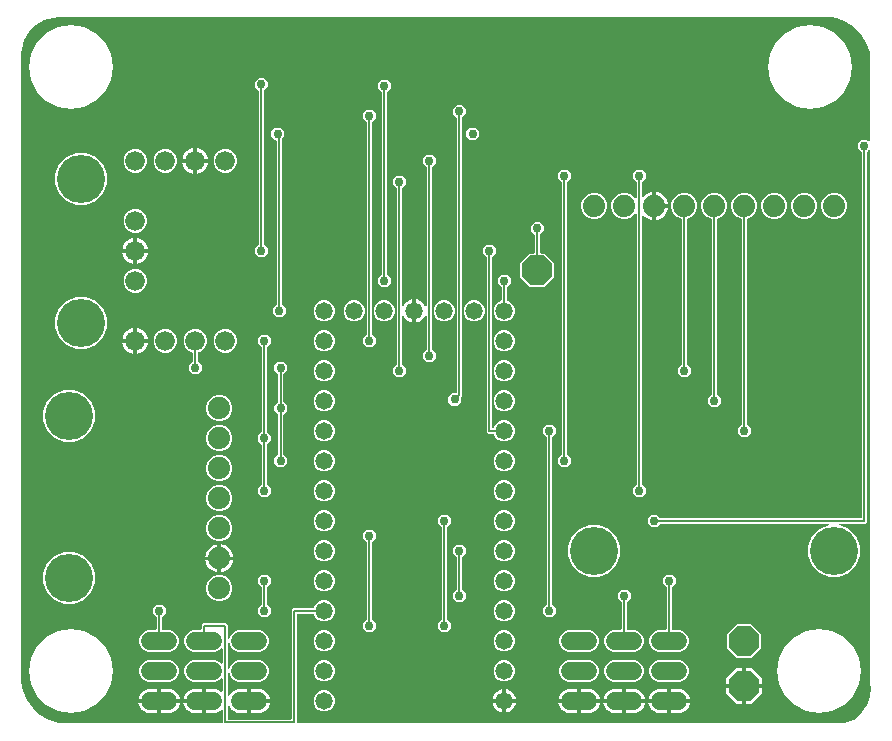
<source format=gbr>
G04 EAGLE Gerber RS-274X export*
G75*
%MOMM*%
%FSLAX34Y34*%
%LPD*%
%INBottom Copper*%
%IPPOS*%
%AMOC8*
5,1,8,0,0,1.08239X$1,22.5*%
G01*
%ADD10C,1.524000*%
%ADD11P,2.749271X8X112.500000*%
%ADD12P,2.749271X8X22.500000*%
%ADD13C,1.473200*%
%ADD14C,4.064000*%
%ADD15C,1.879600*%
%ADD16C,1.676400*%
%ADD17C,0.756400*%
%ADD18C,0.152400*%

G36*
X179852Y6354D02*
X179852Y6354D01*
X179871Y6352D01*
X179973Y6374D01*
X180075Y6390D01*
X180092Y6400D01*
X180112Y6404D01*
X180201Y6457D01*
X180292Y6506D01*
X180306Y6520D01*
X180323Y6530D01*
X180390Y6609D01*
X180462Y6684D01*
X180470Y6702D01*
X180483Y6717D01*
X180522Y6813D01*
X180565Y6907D01*
X180567Y6927D01*
X180575Y6945D01*
X180593Y7112D01*
X180593Y17067D01*
X180591Y17079D01*
X180593Y17091D01*
X180571Y17200D01*
X180554Y17310D01*
X180548Y17320D01*
X180546Y17332D01*
X180490Y17429D01*
X180438Y17527D01*
X180430Y17535D01*
X180424Y17546D01*
X180341Y17620D01*
X180260Y17696D01*
X180249Y17701D01*
X180240Y17709D01*
X180138Y17753D01*
X180037Y17800D01*
X180025Y17801D01*
X180014Y17806D01*
X179903Y17815D01*
X179793Y17827D01*
X179781Y17825D01*
X179769Y17825D01*
X179661Y17799D01*
X179552Y17775D01*
X179542Y17769D01*
X179530Y17766D01*
X179385Y17683D01*
X178045Y16710D01*
X176620Y15984D01*
X175099Y15489D01*
X173520Y15239D01*
X166623Y15239D01*
X166623Y24638D01*
X166621Y24651D01*
X166622Y24660D01*
X166621Y24666D01*
X166622Y24677D01*
X166600Y24779D01*
X166583Y24881D01*
X166574Y24898D01*
X166570Y24918D01*
X166517Y25007D01*
X166468Y25098D01*
X166454Y25112D01*
X166444Y25129D01*
X166365Y25196D01*
X166290Y25267D01*
X166272Y25276D01*
X166257Y25289D01*
X166161Y25327D01*
X166067Y25371D01*
X166047Y25373D01*
X166029Y25381D01*
X165862Y25399D01*
X165099Y25399D01*
X165099Y25401D01*
X165862Y25401D01*
X165882Y25404D01*
X165901Y25402D01*
X166003Y25424D01*
X166105Y25441D01*
X166122Y25450D01*
X166142Y25454D01*
X166231Y25507D01*
X166322Y25556D01*
X166336Y25570D01*
X166353Y25580D01*
X166420Y25659D01*
X166491Y25734D01*
X166500Y25752D01*
X166513Y25767D01*
X166552Y25863D01*
X166595Y25957D01*
X166597Y25977D01*
X166605Y25995D01*
X166623Y26162D01*
X166623Y35561D01*
X173520Y35561D01*
X175099Y35311D01*
X176620Y34816D01*
X178045Y34090D01*
X179385Y33117D01*
X179395Y33112D01*
X179404Y33104D01*
X179505Y33057D01*
X179604Y33007D01*
X179616Y33005D01*
X179627Y33000D01*
X179737Y32988D01*
X179848Y32972D01*
X179860Y32974D01*
X179871Y32973D01*
X179980Y32997D01*
X180090Y33017D01*
X180100Y33023D01*
X180112Y33025D01*
X180207Y33082D01*
X180305Y33136D01*
X180313Y33145D01*
X180323Y33151D01*
X180395Y33236D01*
X180470Y33318D01*
X180475Y33329D01*
X180483Y33338D01*
X180525Y33442D01*
X180569Y33543D01*
X180570Y33555D01*
X180575Y33566D01*
X180593Y33733D01*
X180593Y43903D01*
X180582Y43974D01*
X180580Y44045D01*
X180562Y44094D01*
X180554Y44146D01*
X180520Y44209D01*
X180495Y44276D01*
X180463Y44317D01*
X180438Y44363D01*
X180386Y44412D01*
X180342Y44468D01*
X180298Y44497D01*
X180260Y44532D01*
X180195Y44563D01*
X180135Y44601D01*
X180084Y44614D01*
X180037Y44636D01*
X179966Y44644D01*
X179896Y44661D01*
X179844Y44657D01*
X179793Y44663D01*
X179722Y44648D01*
X179651Y44642D01*
X179603Y44622D01*
X179552Y44611D01*
X179491Y44574D01*
X179425Y44546D01*
X179369Y44501D01*
X179341Y44485D01*
X179326Y44467D01*
X179294Y44441D01*
X177900Y43047D01*
X174539Y41655D01*
X155661Y41655D01*
X152300Y43047D01*
X149727Y45620D01*
X148335Y48981D01*
X148335Y52619D01*
X149727Y55980D01*
X152300Y58553D01*
X155661Y59945D01*
X174539Y59945D01*
X177900Y58553D01*
X179294Y57159D01*
X179352Y57117D01*
X179404Y57068D01*
X179451Y57046D01*
X179493Y57015D01*
X179562Y56994D01*
X179627Y56964D01*
X179679Y56958D01*
X179729Y56943D01*
X179800Y56945D01*
X179871Y56937D01*
X179922Y56948D01*
X179974Y56949D01*
X180042Y56974D01*
X180112Y56989D01*
X180157Y57016D01*
X180205Y57034D01*
X180261Y57079D01*
X180323Y57115D01*
X180357Y57155D01*
X180397Y57187D01*
X180436Y57248D01*
X180483Y57302D01*
X180502Y57351D01*
X180530Y57394D01*
X180548Y57464D01*
X180575Y57530D01*
X180583Y57602D01*
X180591Y57633D01*
X180589Y57656D01*
X180593Y57697D01*
X180593Y69303D01*
X180582Y69374D01*
X180580Y69445D01*
X180562Y69494D01*
X180554Y69546D01*
X180520Y69609D01*
X180495Y69676D01*
X180463Y69717D01*
X180438Y69763D01*
X180386Y69812D01*
X180342Y69868D01*
X180298Y69897D01*
X180260Y69932D01*
X180195Y69963D01*
X180135Y70001D01*
X180084Y70014D01*
X180037Y70036D01*
X179966Y70044D01*
X179896Y70061D01*
X179844Y70057D01*
X179793Y70063D01*
X179722Y70048D01*
X179651Y70042D01*
X179603Y70022D01*
X179552Y70011D01*
X179491Y69974D01*
X179425Y69946D01*
X179369Y69901D01*
X179341Y69885D01*
X179326Y69867D01*
X179294Y69841D01*
X177900Y68447D01*
X174539Y67055D01*
X155661Y67055D01*
X152300Y68447D01*
X149727Y71020D01*
X148335Y74381D01*
X148335Y78019D01*
X149727Y81380D01*
X152300Y83953D01*
X155661Y85345D01*
X162052Y85345D01*
X162072Y85348D01*
X162091Y85346D01*
X162193Y85368D01*
X162295Y85384D01*
X162312Y85394D01*
X162332Y85398D01*
X162421Y85451D01*
X162512Y85500D01*
X162526Y85514D01*
X162543Y85524D01*
X162610Y85603D01*
X162682Y85678D01*
X162690Y85696D01*
X162703Y85711D01*
X162742Y85807D01*
X162785Y85901D01*
X162787Y85921D01*
X162795Y85939D01*
X162813Y86106D01*
X162813Y89847D01*
X164153Y91187D01*
X183827Y91187D01*
X185167Y89847D01*
X185167Y78783D01*
X185182Y78687D01*
X185192Y78590D01*
X185202Y78567D01*
X185206Y78541D01*
X185252Y78455D01*
X185292Y78366D01*
X185309Y78346D01*
X185322Y78323D01*
X185392Y78256D01*
X185458Y78185D01*
X185481Y78172D01*
X185500Y78154D01*
X185588Y78113D01*
X185674Y78066D01*
X185699Y78061D01*
X185723Y78050D01*
X185820Y78040D01*
X185916Y78022D01*
X185942Y78026D01*
X185967Y78023D01*
X186063Y78044D01*
X186159Y78058D01*
X186182Y78070D01*
X186208Y78076D01*
X186291Y78125D01*
X186378Y78170D01*
X186397Y78188D01*
X186419Y78202D01*
X186482Y78276D01*
X186550Y78345D01*
X186566Y78374D01*
X186579Y78389D01*
X186591Y78419D01*
X186631Y78492D01*
X187827Y81380D01*
X190400Y83953D01*
X193761Y85345D01*
X212639Y85345D01*
X216000Y83953D01*
X218573Y81380D01*
X219965Y78019D01*
X219965Y74381D01*
X218573Y71020D01*
X216000Y68447D01*
X212639Y67055D01*
X193761Y67055D01*
X190400Y68447D01*
X187827Y71020D01*
X186631Y73908D01*
X186580Y73991D01*
X186534Y74077D01*
X186516Y74095D01*
X186502Y74117D01*
X186426Y74179D01*
X186356Y74246D01*
X186332Y74257D01*
X186312Y74274D01*
X186221Y74309D01*
X186133Y74350D01*
X186107Y74353D01*
X186083Y74362D01*
X185985Y74366D01*
X185889Y74377D01*
X185863Y74371D01*
X185837Y74372D01*
X185743Y74345D01*
X185648Y74324D01*
X185626Y74311D01*
X185601Y74304D01*
X185521Y74248D01*
X185437Y74198D01*
X185420Y74178D01*
X185399Y74164D01*
X185340Y74085D01*
X185277Y74011D01*
X185267Y73987D01*
X185252Y73966D01*
X185222Y73874D01*
X185185Y73783D01*
X185182Y73751D01*
X185176Y73732D01*
X185176Y73699D01*
X185167Y73617D01*
X185167Y53383D01*
X185182Y53287D01*
X185192Y53190D01*
X185202Y53167D01*
X185206Y53141D01*
X185252Y53055D01*
X185292Y52966D01*
X185309Y52946D01*
X185322Y52923D01*
X185392Y52856D01*
X185458Y52785D01*
X185481Y52772D01*
X185500Y52754D01*
X185588Y52713D01*
X185674Y52666D01*
X185699Y52661D01*
X185723Y52650D01*
X185820Y52640D01*
X185916Y52622D01*
X185942Y52626D01*
X185967Y52623D01*
X186063Y52644D01*
X186159Y52658D01*
X186182Y52670D01*
X186208Y52676D01*
X186291Y52725D01*
X186378Y52770D01*
X186397Y52788D01*
X186419Y52802D01*
X186482Y52876D01*
X186550Y52945D01*
X186566Y52974D01*
X186579Y52989D01*
X186591Y53019D01*
X186631Y53092D01*
X187827Y55980D01*
X190400Y58553D01*
X193761Y59945D01*
X212639Y59945D01*
X216000Y58553D01*
X218573Y55980D01*
X219965Y52619D01*
X219965Y48981D01*
X218573Y45620D01*
X216000Y43047D01*
X212639Y41655D01*
X193761Y41655D01*
X190400Y43047D01*
X187827Y45620D01*
X186631Y48508D01*
X186580Y48591D01*
X186534Y48677D01*
X186516Y48695D01*
X186502Y48717D01*
X186426Y48779D01*
X186356Y48846D01*
X186332Y48857D01*
X186312Y48874D01*
X186221Y48909D01*
X186133Y48950D01*
X186107Y48953D01*
X186083Y48962D01*
X185985Y48966D01*
X185889Y48977D01*
X185863Y48971D01*
X185837Y48972D01*
X185743Y48945D01*
X185648Y48924D01*
X185626Y48911D01*
X185601Y48904D01*
X185521Y48848D01*
X185437Y48798D01*
X185420Y48778D01*
X185399Y48764D01*
X185340Y48685D01*
X185277Y48611D01*
X185267Y48587D01*
X185252Y48566D01*
X185222Y48474D01*
X185185Y48383D01*
X185182Y48351D01*
X185176Y48332D01*
X185176Y48299D01*
X185167Y48217D01*
X185167Y30515D01*
X185178Y30448D01*
X185179Y30380D01*
X185197Y30327D01*
X185206Y30272D01*
X185238Y30212D01*
X185261Y30148D01*
X185295Y30104D01*
X185322Y30054D01*
X185371Y30008D01*
X185413Y29954D01*
X185459Y29924D01*
X185500Y29885D01*
X185562Y29856D01*
X185618Y29819D01*
X185672Y29805D01*
X185723Y29781D01*
X185790Y29774D01*
X185856Y29757D01*
X185912Y29760D01*
X185967Y29754D01*
X186034Y29769D01*
X186101Y29773D01*
X186153Y29795D01*
X186208Y29807D01*
X186266Y29841D01*
X186329Y29867D01*
X186371Y29904D01*
X186419Y29933D01*
X186463Y29984D01*
X186514Y30029D01*
X186557Y30095D01*
X186579Y30120D01*
X186587Y30139D01*
X186606Y30169D01*
X186890Y30725D01*
X187830Y32019D01*
X188961Y33150D01*
X190255Y34090D01*
X191680Y34816D01*
X193201Y35311D01*
X194780Y35561D01*
X201677Y35561D01*
X201677Y26162D01*
X201680Y26142D01*
X201678Y26123D01*
X201700Y26021D01*
X201717Y25919D01*
X201726Y25902D01*
X201730Y25882D01*
X201783Y25793D01*
X201832Y25702D01*
X201846Y25688D01*
X201856Y25671D01*
X201935Y25604D01*
X202010Y25533D01*
X202028Y25524D01*
X202043Y25511D01*
X202139Y25473D01*
X202233Y25429D01*
X202253Y25427D01*
X202271Y25419D01*
X202438Y25401D01*
X203201Y25401D01*
X203201Y25399D01*
X202438Y25399D01*
X202418Y25396D01*
X202399Y25398D01*
X202297Y25376D01*
X202195Y25359D01*
X202178Y25350D01*
X202158Y25346D01*
X202069Y25293D01*
X201978Y25244D01*
X201964Y25230D01*
X201947Y25220D01*
X201880Y25141D01*
X201809Y25066D01*
X201800Y25048D01*
X201787Y25033D01*
X201748Y24937D01*
X201705Y24843D01*
X201703Y24823D01*
X201695Y24805D01*
X201677Y24638D01*
X201677Y15239D01*
X194780Y15239D01*
X193201Y15489D01*
X191680Y15984D01*
X190255Y16710D01*
X188961Y17650D01*
X187830Y18781D01*
X186890Y20075D01*
X186606Y20631D01*
X186566Y20686D01*
X186534Y20746D01*
X186494Y20784D01*
X186461Y20829D01*
X186405Y20868D01*
X186356Y20915D01*
X186305Y20939D01*
X186259Y20971D01*
X186195Y20990D01*
X186133Y21019D01*
X186077Y21025D01*
X186024Y21041D01*
X185956Y21038D01*
X185889Y21046D01*
X185834Y21034D01*
X185778Y21032D01*
X185714Y21008D01*
X185648Y20993D01*
X185600Y20965D01*
X185548Y20945D01*
X185495Y20902D01*
X185437Y20867D01*
X185401Y20825D01*
X185357Y20789D01*
X185321Y20732D01*
X185277Y20680D01*
X185256Y20628D01*
X185226Y20581D01*
X185211Y20515D01*
X185185Y20452D01*
X185177Y20374D01*
X185169Y20342D01*
X185171Y20321D01*
X185167Y20285D01*
X185167Y10160D01*
X185170Y10140D01*
X185168Y10121D01*
X185190Y10019D01*
X185206Y9917D01*
X185216Y9900D01*
X185220Y9880D01*
X185273Y9791D01*
X185322Y9700D01*
X185336Y9686D01*
X185346Y9669D01*
X185425Y9602D01*
X185500Y9530D01*
X185518Y9522D01*
X185533Y9509D01*
X185629Y9470D01*
X185723Y9427D01*
X185743Y9425D01*
X185761Y9417D01*
X185928Y9399D01*
X238252Y9399D01*
X238272Y9402D01*
X238291Y9400D01*
X238393Y9422D01*
X238495Y9438D01*
X238512Y9448D01*
X238532Y9452D01*
X238621Y9505D01*
X238712Y9554D01*
X238726Y9568D01*
X238743Y9578D01*
X238810Y9657D01*
X238882Y9732D01*
X238890Y9750D01*
X238903Y9765D01*
X238942Y9861D01*
X238985Y9955D01*
X238987Y9975D01*
X238995Y9993D01*
X239013Y10160D01*
X239013Y102547D01*
X240353Y103887D01*
X257515Y103887D01*
X257630Y103906D01*
X257746Y103923D01*
X257752Y103925D01*
X257758Y103926D01*
X257861Y103981D01*
X257965Y104034D01*
X257970Y104039D01*
X257975Y104042D01*
X258055Y104126D01*
X258138Y104210D01*
X258141Y104216D01*
X258145Y104220D01*
X258153Y104237D01*
X258219Y104357D01*
X259163Y106636D01*
X261664Y109137D01*
X264932Y110491D01*
X268468Y110491D01*
X271736Y109137D01*
X274237Y106636D01*
X275591Y103368D01*
X275591Y99832D01*
X274237Y96564D01*
X271736Y94063D01*
X268468Y92709D01*
X264932Y92709D01*
X261664Y94063D01*
X259163Y96564D01*
X258219Y98843D01*
X258157Y98943D01*
X258097Y99043D01*
X258092Y99047D01*
X258089Y99052D01*
X257999Y99127D01*
X257910Y99203D01*
X257904Y99205D01*
X257900Y99209D01*
X257791Y99251D01*
X257682Y99295D01*
X257674Y99296D01*
X257670Y99297D01*
X257652Y99298D01*
X257515Y99313D01*
X244348Y99313D01*
X244328Y99310D01*
X244309Y99312D01*
X244207Y99290D01*
X244105Y99274D01*
X244088Y99264D01*
X244068Y99260D01*
X243979Y99207D01*
X243888Y99158D01*
X243874Y99144D01*
X243857Y99134D01*
X243790Y99055D01*
X243718Y98980D01*
X243710Y98962D01*
X243697Y98947D01*
X243658Y98851D01*
X243615Y98757D01*
X243613Y98737D01*
X243605Y98719D01*
X243587Y98552D01*
X243587Y7112D01*
X243590Y7092D01*
X243588Y7073D01*
X243610Y6971D01*
X243626Y6869D01*
X243636Y6852D01*
X243640Y6832D01*
X243693Y6743D01*
X243742Y6652D01*
X243756Y6638D01*
X243766Y6621D01*
X243845Y6554D01*
X243920Y6482D01*
X243938Y6474D01*
X243953Y6461D01*
X244049Y6422D01*
X244143Y6379D01*
X244163Y6377D01*
X244181Y6369D01*
X244348Y6351D01*
X706784Y6351D01*
X706799Y6353D01*
X706815Y6351D01*
X706981Y6377D01*
X709765Y7121D01*
X709787Y7131D01*
X709842Y7151D01*
X709844Y7152D01*
X709847Y7153D01*
X709905Y7174D01*
X716513Y10429D01*
X716526Y10438D01*
X716540Y10444D01*
X716678Y10540D01*
X722218Y15394D01*
X722228Y15406D01*
X722241Y15415D01*
X722349Y15544D01*
X726445Y21667D01*
X726451Y21681D01*
X726461Y21693D01*
X726532Y21845D01*
X728903Y28820D01*
X728906Y28835D01*
X728913Y28849D01*
X728942Y29014D01*
X729427Y36365D01*
X729425Y36389D01*
X729422Y36514D01*
X729048Y39368D01*
X729043Y39383D01*
X729043Y39399D01*
X728996Y39560D01*
X728739Y40180D01*
X728739Y41128D01*
X728735Y41152D01*
X728725Y41276D01*
X728540Y42205D01*
X728725Y43130D01*
X728725Y43154D01*
X728739Y43279D01*
X728739Y490797D01*
X728728Y490867D01*
X728726Y490939D01*
X728708Y490988D01*
X728700Y491039D01*
X728666Y491103D01*
X728641Y491170D01*
X728609Y491211D01*
X728584Y491257D01*
X728532Y491306D01*
X728488Y491362D01*
X728444Y491390D01*
X728406Y491426D01*
X728341Y491456D01*
X728281Y491495D01*
X728230Y491508D01*
X728183Y491530D01*
X728112Y491538D01*
X728042Y491555D01*
X727990Y491551D01*
X727939Y491557D01*
X727868Y491542D01*
X727797Y491536D01*
X727749Y491516D01*
X727698Y491505D01*
X727637Y491468D01*
X727571Y491440D01*
X727515Y491395D01*
X727487Y491378D01*
X727472Y491361D01*
X727440Y491335D01*
X726410Y490305D01*
X726357Y490231D01*
X726297Y490161D01*
X726285Y490131D01*
X726266Y490105D01*
X726239Y490018D01*
X726205Y489933D01*
X726201Y489892D01*
X726194Y489870D01*
X726195Y489838D01*
X726187Y489767D01*
X726187Y176853D01*
X724847Y175513D01*
X703610Y175513D01*
X703514Y175498D01*
X703417Y175488D01*
X703393Y175478D01*
X703367Y175474D01*
X703281Y175428D01*
X703192Y175388D01*
X703173Y175371D01*
X703150Y175358D01*
X703083Y175288D01*
X703011Y175222D01*
X702998Y175199D01*
X702980Y175180D01*
X702939Y175092D01*
X702892Y175006D01*
X702888Y174981D01*
X702877Y174957D01*
X702866Y174860D01*
X702849Y174764D01*
X702852Y174738D01*
X702849Y174713D01*
X702870Y174617D01*
X702884Y174521D01*
X702896Y174498D01*
X702902Y174472D01*
X702952Y174389D01*
X702996Y174302D01*
X703015Y174283D01*
X703028Y174261D01*
X703102Y174198D01*
X703171Y174130D01*
X703200Y174114D01*
X703215Y174101D01*
X703245Y174089D01*
X703318Y174049D01*
X710874Y170919D01*
X717019Y164774D01*
X720345Y156745D01*
X720345Y148055D01*
X717019Y140026D01*
X710874Y133881D01*
X702845Y130555D01*
X694155Y130555D01*
X686126Y133881D01*
X679981Y140026D01*
X676655Y148055D01*
X676655Y156745D01*
X679981Y164774D01*
X686126Y170919D01*
X693682Y174049D01*
X693765Y174100D01*
X693850Y174146D01*
X693868Y174165D01*
X693891Y174178D01*
X693953Y174253D01*
X694020Y174324D01*
X694031Y174348D01*
X694048Y174368D01*
X694082Y174459D01*
X694123Y174547D01*
X694126Y174573D01*
X694136Y174597D01*
X694140Y174695D01*
X694151Y174791D01*
X694145Y174817D01*
X694146Y174843D01*
X694119Y174937D01*
X694098Y175032D01*
X694085Y175054D01*
X694078Y175079D01*
X694022Y175159D01*
X693972Y175243D01*
X693952Y175260D01*
X693937Y175281D01*
X693859Y175340D01*
X693785Y175403D01*
X693761Y175413D01*
X693740Y175428D01*
X693647Y175458D01*
X693557Y175495D01*
X693525Y175498D01*
X693506Y175504D01*
X693473Y175504D01*
X693390Y175513D01*
X551633Y175513D01*
X551543Y175499D01*
X551452Y175491D01*
X551423Y175479D01*
X551391Y175474D01*
X551310Y175431D01*
X551226Y175395D01*
X551194Y175369D01*
X551173Y175358D01*
X551151Y175335D01*
X551095Y175290D01*
X548298Y172493D01*
X543902Y172493D01*
X540793Y175602D01*
X540793Y179998D01*
X543902Y183107D01*
X548298Y183107D01*
X551095Y180310D01*
X551169Y180257D01*
X551239Y180197D01*
X551269Y180185D01*
X551295Y180166D01*
X551382Y180139D01*
X551467Y180105D01*
X551508Y180101D01*
X551530Y180094D01*
X551562Y180095D01*
X551633Y180087D01*
X720852Y180087D01*
X720872Y180090D01*
X720891Y180088D01*
X720993Y180110D01*
X721095Y180126D01*
X721112Y180136D01*
X721132Y180140D01*
X721221Y180193D01*
X721312Y180242D01*
X721326Y180256D01*
X721343Y180266D01*
X721410Y180345D01*
X721482Y180420D01*
X721490Y180438D01*
X721503Y180453D01*
X721542Y180549D01*
X721585Y180643D01*
X721587Y180663D01*
X721595Y180681D01*
X721613Y180848D01*
X721613Y489767D01*
X721612Y489777D01*
X721612Y489784D01*
X721605Y489818D01*
X721599Y489857D01*
X721591Y489948D01*
X721579Y489977D01*
X721574Y490009D01*
X721531Y490090D01*
X721495Y490174D01*
X721469Y490206D01*
X721458Y490227D01*
X721435Y490249D01*
X721390Y490305D01*
X718593Y493102D01*
X718593Y497498D01*
X721702Y500607D01*
X726098Y500607D01*
X727440Y499265D01*
X727498Y499223D01*
X727550Y499174D01*
X727597Y499152D01*
X727639Y499122D01*
X727708Y499100D01*
X727773Y499070D01*
X727825Y499065D01*
X727875Y499049D01*
X727946Y499051D01*
X728017Y499043D01*
X728068Y499054D01*
X728120Y499056D01*
X728188Y499080D01*
X728258Y499095D01*
X728303Y499122D01*
X728351Y499140D01*
X728407Y499185D01*
X728469Y499222D01*
X728503Y499261D01*
X728543Y499294D01*
X728582Y499354D01*
X728629Y499409D01*
X728648Y499457D01*
X728676Y499501D01*
X728694Y499570D01*
X728721Y499637D01*
X728729Y499708D01*
X728737Y499739D01*
X728735Y499762D01*
X728739Y499803D01*
X728739Y558824D01*
X728737Y558839D01*
X728739Y558854D01*
X728714Y559019D01*
X728561Y559591D01*
X728733Y560877D01*
X728732Y560909D01*
X728739Y560977D01*
X728739Y562274D01*
X728867Y562583D01*
X728875Y562617D01*
X728876Y562619D01*
X728876Y562620D01*
X728892Y562651D01*
X728923Y562816D01*
X729150Y565796D01*
X729148Y565828D01*
X729149Y565898D01*
X729150Y565909D01*
X729149Y565913D01*
X729149Y565924D01*
X728384Y574218D01*
X728383Y574219D01*
X728384Y574220D01*
X728349Y574385D01*
X725757Y582300D01*
X725757Y582301D01*
X725756Y582303D01*
X725686Y582455D01*
X721398Y589596D01*
X721397Y589597D01*
X721397Y589598D01*
X721294Y589731D01*
X715525Y595738D01*
X715524Y595739D01*
X715523Y595740D01*
X715394Y595847D01*
X708432Y600420D01*
X708431Y600420D01*
X708430Y600421D01*
X708280Y600497D01*
X700475Y603405D01*
X700444Y603412D01*
X700352Y603440D01*
X696756Y604126D01*
X696728Y604127D01*
X696613Y604139D01*
X41026Y604139D01*
X41008Y604136D01*
X40976Y604138D01*
X37047Y603880D01*
X37024Y603875D01*
X36900Y603856D01*
X29309Y601822D01*
X29294Y601815D01*
X29279Y601813D01*
X29125Y601746D01*
X22319Y597816D01*
X22307Y597806D01*
X22293Y597800D01*
X22162Y597695D01*
X16605Y592138D01*
X16595Y592126D01*
X16583Y592116D01*
X16484Y591981D01*
X12554Y585175D01*
X12549Y585160D01*
X12539Y585148D01*
X12478Y584991D01*
X10444Y577400D01*
X10442Y577377D01*
X10420Y577253D01*
X10162Y573324D01*
X10164Y573305D01*
X10161Y573274D01*
X10161Y48807D01*
X10168Y48762D01*
X10166Y48717D01*
X10198Y48582D01*
X10200Y48565D01*
X10203Y48560D01*
X10204Y48553D01*
X10253Y48416D01*
X10162Y46685D01*
X10163Y46669D01*
X10161Y46645D01*
X10161Y44823D01*
X10161Y44821D01*
X10153Y44789D01*
X10155Y44769D01*
X10151Y44734D01*
X10160Y42167D01*
X10165Y42135D01*
X10168Y42091D01*
X10168Y42090D01*
X10168Y42089D01*
X10171Y42039D01*
X11601Y33799D01*
X11601Y33798D01*
X11601Y33797D01*
X11648Y33636D01*
X14875Y25920D01*
X14876Y25919D01*
X14877Y25918D01*
X14958Y25771D01*
X19821Y18967D01*
X19822Y18966D01*
X19823Y18965D01*
X19935Y18841D01*
X26191Y13290D01*
X26192Y13289D01*
X26193Y13288D01*
X26330Y13191D01*
X33663Y9171D01*
X33665Y9171D01*
X33666Y9170D01*
X33821Y9107D01*
X41865Y6819D01*
X41897Y6815D01*
X41991Y6795D01*
X46016Y6355D01*
X46044Y6357D01*
X46098Y6351D01*
X179832Y6351D01*
X179852Y6354D01*
G37*
%LPC*%
G36*
X674814Y16989D02*
X674814Y16989D01*
X664903Y22038D01*
X657038Y29903D01*
X651989Y39814D01*
X650249Y50800D01*
X651989Y61786D01*
X657038Y71696D01*
X664904Y79562D01*
X674814Y84611D01*
X685800Y86351D01*
X696786Y84611D01*
X706697Y79562D01*
X714562Y71697D01*
X719611Y61786D01*
X721351Y50800D01*
X719611Y39814D01*
X714562Y29903D01*
X706697Y22038D01*
X696786Y16989D01*
X685800Y15249D01*
X674814Y16989D01*
G37*
%LPD*%
%LPC*%
G36*
X41084Y16989D02*
X41084Y16989D01*
X31173Y22038D01*
X23308Y29904D01*
X18259Y39814D01*
X16519Y50800D01*
X18259Y61786D01*
X23308Y71697D01*
X31173Y79562D01*
X41084Y84611D01*
X52070Y86351D01*
X63056Y84611D01*
X72967Y79562D01*
X80832Y71697D01*
X85881Y61786D01*
X87621Y50800D01*
X85881Y39814D01*
X80832Y29903D01*
X72967Y22038D01*
X63056Y16989D01*
X52070Y15249D01*
X41084Y16989D01*
G37*
%LPD*%
%LPC*%
G36*
X667194Y528291D02*
X667194Y528291D01*
X657283Y533340D01*
X649418Y541205D01*
X644369Y551116D01*
X642629Y562102D01*
X644369Y573088D01*
X649418Y582999D01*
X657283Y590864D01*
X667194Y595913D01*
X678180Y597653D01*
X689166Y595913D01*
X699077Y590864D01*
X706942Y582999D01*
X711991Y573088D01*
X713731Y562102D01*
X711991Y551116D01*
X706942Y541205D01*
X699077Y533340D01*
X689166Y528291D01*
X678180Y526551D01*
X667194Y528291D01*
G37*
%LPD*%
%LPC*%
G36*
X41084Y528291D02*
X41084Y528291D01*
X31173Y533340D01*
X23308Y541205D01*
X18259Y551116D01*
X16519Y562102D01*
X18259Y573088D01*
X23308Y582999D01*
X31173Y590864D01*
X41084Y595913D01*
X52070Y597653D01*
X63056Y595913D01*
X72967Y590864D01*
X80832Y582999D01*
X85881Y573088D01*
X87621Y562102D01*
X85881Y551116D01*
X80832Y541205D01*
X72967Y533340D01*
X63056Y528291D01*
X52070Y526551D01*
X41084Y528291D01*
G37*
%LPD*%
%LPC*%
G36*
X328002Y299493D02*
X328002Y299493D01*
X324893Y302602D01*
X324893Y306998D01*
X327690Y309795D01*
X327743Y309869D01*
X327803Y309939D01*
X327815Y309969D01*
X327834Y309995D01*
X327861Y310082D01*
X327895Y310167D01*
X327899Y310208D01*
X327906Y310230D01*
X327905Y310262D01*
X327913Y310333D01*
X327913Y459287D01*
X327899Y459377D01*
X327891Y459468D01*
X327879Y459497D01*
X327874Y459529D01*
X327854Y459567D01*
X327852Y459574D01*
X327831Y459609D01*
X327831Y459610D01*
X327795Y459694D01*
X327769Y459726D01*
X327758Y459747D01*
X327737Y459767D01*
X327726Y459785D01*
X327713Y459796D01*
X327690Y459825D01*
X324893Y462622D01*
X324893Y467018D01*
X328002Y470127D01*
X332398Y470127D01*
X335507Y467018D01*
X335507Y462622D01*
X332710Y459825D01*
X332667Y459765D01*
X332626Y459723D01*
X332619Y459707D01*
X332597Y459681D01*
X332585Y459651D01*
X332566Y459625D01*
X332539Y459538D01*
X332531Y459516D01*
X332523Y459499D01*
X332522Y459496D01*
X332505Y459453D01*
X332501Y459412D01*
X332494Y459390D01*
X332495Y459358D01*
X332487Y459287D01*
X332487Y360155D01*
X332498Y360088D01*
X332499Y360020D01*
X332517Y359968D01*
X332526Y359912D01*
X332558Y359852D01*
X332581Y359789D01*
X332615Y359744D01*
X332642Y359695D01*
X332691Y359648D01*
X332732Y359595D01*
X332779Y359564D01*
X332820Y359526D01*
X332881Y359497D01*
X332938Y359460D01*
X332992Y359446D01*
X333043Y359422D01*
X333110Y359414D01*
X333176Y359397D01*
X333232Y359401D01*
X333287Y359395D01*
X333354Y359409D01*
X333421Y359414D01*
X333473Y359435D01*
X333528Y359447D01*
X333586Y359482D01*
X333649Y359508D01*
X333691Y359545D01*
X333739Y359573D01*
X333783Y359625D01*
X333834Y359669D01*
X333877Y359735D01*
X333899Y359760D01*
X333907Y359780D01*
X333926Y359809D01*
X334427Y360792D01*
X335344Y362054D01*
X336446Y363156D01*
X337708Y364073D01*
X339097Y364781D01*
X340580Y365263D01*
X341377Y365389D01*
X341377Y356362D01*
X341380Y356342D01*
X341378Y356323D01*
X341400Y356221D01*
X341417Y356119D01*
X341426Y356102D01*
X341430Y356082D01*
X341483Y355993D01*
X341532Y355902D01*
X341546Y355888D01*
X341556Y355871D01*
X341635Y355804D01*
X341710Y355733D01*
X341728Y355724D01*
X341743Y355711D01*
X341839Y355673D01*
X341933Y355629D01*
X341953Y355627D01*
X341971Y355619D01*
X342138Y355601D01*
X343662Y355601D01*
X343682Y355604D01*
X343701Y355602D01*
X343803Y355624D01*
X343905Y355641D01*
X343922Y355650D01*
X343942Y355654D01*
X344031Y355707D01*
X344122Y355756D01*
X344136Y355770D01*
X344153Y355780D01*
X344220Y355859D01*
X344291Y355934D01*
X344300Y355952D01*
X344313Y355967D01*
X344352Y356063D01*
X344395Y356157D01*
X344397Y356177D01*
X344405Y356195D01*
X344423Y356362D01*
X344423Y365389D01*
X345220Y365263D01*
X346703Y364781D01*
X348092Y364073D01*
X349354Y363156D01*
X350456Y362054D01*
X351373Y360792D01*
X351874Y359809D01*
X351914Y359755D01*
X351946Y359695D01*
X351986Y359656D01*
X352019Y359611D01*
X352075Y359572D01*
X352124Y359526D01*
X352175Y359502D01*
X352221Y359470D01*
X352286Y359450D01*
X352347Y359422D01*
X352403Y359416D01*
X352456Y359400D01*
X352524Y359402D01*
X352591Y359395D01*
X352646Y359407D01*
X352702Y359409D01*
X352766Y359433D01*
X352832Y359447D01*
X352880Y359476D01*
X352932Y359496D01*
X352985Y359539D01*
X353043Y359573D01*
X353079Y359616D01*
X353123Y359651D01*
X353159Y359709D01*
X353203Y359760D01*
X353224Y359812D01*
X353254Y359860D01*
X353269Y359925D01*
X353295Y359988D01*
X353303Y360067D01*
X353311Y360099D01*
X353309Y360120D01*
X353313Y360155D01*
X353313Y477067D01*
X353299Y477157D01*
X353291Y477248D01*
X353279Y477277D01*
X353274Y477309D01*
X353231Y477390D01*
X353195Y477474D01*
X353169Y477506D01*
X353158Y477527D01*
X353135Y477549D01*
X353090Y477605D01*
X350293Y480402D01*
X350293Y484798D01*
X353402Y487907D01*
X357798Y487907D01*
X360907Y484798D01*
X360907Y480402D01*
X358110Y477605D01*
X358057Y477531D01*
X357997Y477461D01*
X357985Y477431D01*
X357966Y477405D01*
X357939Y477318D01*
X357905Y477233D01*
X357901Y477192D01*
X357894Y477170D01*
X357895Y477138D01*
X357887Y477067D01*
X357887Y323033D01*
X357892Y323003D01*
X357890Y322991D01*
X357902Y322939D01*
X357909Y322852D01*
X357921Y322823D01*
X357926Y322791D01*
X357939Y322766D01*
X357943Y322751D01*
X357974Y322698D01*
X358005Y322626D01*
X358031Y322594D01*
X358042Y322573D01*
X358059Y322557D01*
X358069Y322540D01*
X358085Y322526D01*
X358110Y322495D01*
X360907Y319698D01*
X360907Y315302D01*
X357798Y312193D01*
X353402Y312193D01*
X350293Y315302D01*
X350293Y319698D01*
X353090Y322495D01*
X353133Y322554D01*
X353179Y322603D01*
X353187Y322620D01*
X353203Y322639D01*
X353215Y322669D01*
X353234Y322695D01*
X353258Y322773D01*
X353282Y322826D01*
X353284Y322840D01*
X353295Y322867D01*
X353299Y322908D01*
X353306Y322930D01*
X353305Y322962D01*
X353313Y323033D01*
X353313Y351045D01*
X353302Y351112D01*
X353301Y351180D01*
X353283Y351232D01*
X353274Y351288D01*
X353242Y351348D01*
X353219Y351411D01*
X353185Y351456D01*
X353158Y351505D01*
X353109Y351552D01*
X353068Y351605D01*
X353021Y351636D01*
X352980Y351674D01*
X352919Y351703D01*
X352862Y351740D01*
X352808Y351754D01*
X352757Y351778D01*
X352690Y351786D01*
X352624Y351803D01*
X352568Y351799D01*
X352513Y351805D01*
X352446Y351791D01*
X352379Y351786D01*
X352327Y351765D01*
X352272Y351753D01*
X352214Y351718D01*
X352151Y351692D01*
X352109Y351655D01*
X352061Y351627D01*
X352017Y351575D01*
X351966Y351531D01*
X351923Y351465D01*
X351901Y351440D01*
X351893Y351420D01*
X351874Y351391D01*
X351373Y350408D01*
X350456Y349146D01*
X349354Y348044D01*
X348092Y347127D01*
X346703Y346419D01*
X345220Y345937D01*
X344423Y345811D01*
X344423Y354838D01*
X344420Y354858D01*
X344422Y354877D01*
X344400Y354979D01*
X344383Y355081D01*
X344374Y355098D01*
X344370Y355118D01*
X344317Y355207D01*
X344268Y355298D01*
X344254Y355312D01*
X344244Y355329D01*
X344165Y355396D01*
X344090Y355467D01*
X344072Y355476D01*
X344057Y355489D01*
X343961Y355527D01*
X343867Y355571D01*
X343847Y355573D01*
X343829Y355581D01*
X343662Y355599D01*
X342138Y355599D01*
X342118Y355596D01*
X342099Y355598D01*
X341997Y355576D01*
X341895Y355559D01*
X341878Y355550D01*
X341858Y355546D01*
X341769Y355493D01*
X341678Y355444D01*
X341664Y355430D01*
X341647Y355420D01*
X341580Y355341D01*
X341509Y355266D01*
X341500Y355248D01*
X341487Y355233D01*
X341448Y355137D01*
X341405Y355043D01*
X341403Y355023D01*
X341395Y355005D01*
X341377Y354838D01*
X341377Y345811D01*
X340580Y345937D01*
X339097Y346419D01*
X337708Y347127D01*
X336446Y348044D01*
X335344Y349146D01*
X334427Y350408D01*
X333926Y351391D01*
X333886Y351445D01*
X333854Y351505D01*
X333814Y351544D01*
X333781Y351589D01*
X333725Y351628D01*
X333676Y351674D01*
X333625Y351698D01*
X333579Y351730D01*
X333514Y351750D01*
X333453Y351778D01*
X333397Y351784D01*
X333344Y351800D01*
X333276Y351798D01*
X333209Y351805D01*
X333154Y351793D01*
X333098Y351791D01*
X333034Y351767D01*
X332968Y351753D01*
X332920Y351724D01*
X332868Y351704D01*
X332815Y351661D01*
X332757Y351627D01*
X332721Y351584D01*
X332677Y351549D01*
X332641Y351491D01*
X332597Y351440D01*
X332576Y351388D01*
X332546Y351340D01*
X332531Y351275D01*
X332505Y351212D01*
X332497Y351133D01*
X332489Y351101D01*
X332491Y351080D01*
X332487Y351045D01*
X332487Y310333D01*
X332501Y310243D01*
X332509Y310152D01*
X332521Y310123D01*
X332526Y310091D01*
X332569Y310010D01*
X332605Y309926D01*
X332631Y309894D01*
X332642Y309873D01*
X332665Y309851D01*
X332710Y309795D01*
X335507Y306998D01*
X335507Y302602D01*
X332398Y299493D01*
X328002Y299493D01*
G37*
%LPD*%
%LPC*%
G36*
X531202Y197893D02*
X531202Y197893D01*
X528093Y201002D01*
X528093Y205398D01*
X530890Y208195D01*
X530943Y208269D01*
X531003Y208339D01*
X531015Y208369D01*
X531034Y208395D01*
X531061Y208482D01*
X531095Y208567D01*
X531099Y208608D01*
X531106Y208630D01*
X531105Y208662D01*
X531113Y208733D01*
X531113Y437628D01*
X531102Y437699D01*
X531100Y437771D01*
X531082Y437820D01*
X531074Y437871D01*
X531040Y437934D01*
X531015Y438002D01*
X530983Y438042D01*
X530958Y438089D01*
X530906Y438138D01*
X530862Y438194D01*
X530818Y438222D01*
X530780Y438258D01*
X530715Y438288D01*
X530655Y438327D01*
X530604Y438340D01*
X530557Y438362D01*
X530486Y438369D01*
X530416Y438387D01*
X530364Y438383D01*
X530313Y438389D01*
X530242Y438373D01*
X530171Y438368D01*
X530123Y438347D01*
X530072Y438336D01*
X530011Y438300D01*
X529945Y438271D01*
X529889Y438227D01*
X529861Y438210D01*
X529846Y438192D01*
X529814Y438167D01*
X526887Y435240D01*
X522873Y433577D01*
X518527Y433577D01*
X514513Y435240D01*
X511440Y438313D01*
X509777Y442327D01*
X509777Y446673D01*
X511440Y450687D01*
X514513Y453760D01*
X518527Y455423D01*
X522873Y455423D01*
X526887Y453760D01*
X529814Y450833D01*
X529872Y450791D01*
X529924Y450742D01*
X529971Y450720D01*
X530013Y450690D01*
X530082Y450669D01*
X530147Y450638D01*
X530199Y450633D01*
X530249Y450617D01*
X530320Y450619D01*
X530391Y450611D01*
X530442Y450622D01*
X530494Y450624D01*
X530562Y450648D01*
X530632Y450664D01*
X530677Y450690D01*
X530725Y450708D01*
X530781Y450753D01*
X530843Y450790D01*
X530877Y450829D01*
X530917Y450862D01*
X530956Y450922D01*
X531003Y450977D01*
X531022Y451025D01*
X531050Y451069D01*
X531068Y451138D01*
X531095Y451205D01*
X531103Y451276D01*
X531111Y451307D01*
X531109Y451331D01*
X531113Y451372D01*
X531113Y464367D01*
X531099Y464457D01*
X531091Y464548D01*
X531079Y464577D01*
X531074Y464609D01*
X531031Y464690D01*
X530995Y464774D01*
X530969Y464806D01*
X530958Y464827D01*
X530935Y464849D01*
X530890Y464905D01*
X528093Y467702D01*
X528093Y472098D01*
X531202Y475207D01*
X535598Y475207D01*
X538707Y472098D01*
X538707Y467702D01*
X535910Y464905D01*
X535857Y464831D01*
X535797Y464761D01*
X535785Y464731D01*
X535766Y464705D01*
X535739Y464618D01*
X535705Y464533D01*
X535701Y464492D01*
X535694Y464470D01*
X535695Y464438D01*
X535687Y464367D01*
X535687Y452808D01*
X535698Y452738D01*
X535700Y452666D01*
X535718Y452617D01*
X535726Y452566D01*
X535760Y452502D01*
X535785Y452435D01*
X535817Y452394D01*
X535842Y452348D01*
X535894Y452299D01*
X535938Y452243D01*
X535982Y452215D01*
X536020Y452179D01*
X536085Y452149D01*
X536145Y452110D01*
X536196Y452097D01*
X536243Y452075D01*
X536314Y452067D01*
X536384Y452050D01*
X536436Y452054D01*
X536487Y452048D01*
X536558Y452063D01*
X536629Y452069D01*
X536677Y452089D01*
X536728Y452100D01*
X536789Y452137D01*
X536855Y452165D01*
X536911Y452210D01*
X536939Y452227D01*
X536954Y452244D01*
X536986Y452270D01*
X538322Y453606D01*
X539843Y454711D01*
X541517Y455564D01*
X543304Y456145D01*
X544577Y456346D01*
X544577Y445262D01*
X544580Y445242D01*
X544578Y445223D01*
X544600Y445121D01*
X544617Y445019D01*
X544626Y445002D01*
X544630Y444982D01*
X544683Y444893D01*
X544732Y444802D01*
X544746Y444788D01*
X544756Y444771D01*
X544835Y444704D01*
X544910Y444633D01*
X544928Y444624D01*
X544943Y444611D01*
X545039Y444573D01*
X545133Y444529D01*
X545153Y444527D01*
X545171Y444519D01*
X545338Y444501D01*
X546101Y444501D01*
X546101Y444499D01*
X545338Y444499D01*
X545318Y444496D01*
X545299Y444498D01*
X545197Y444476D01*
X545095Y444459D01*
X545078Y444450D01*
X545058Y444446D01*
X544969Y444393D01*
X544878Y444344D01*
X544864Y444330D01*
X544847Y444320D01*
X544780Y444241D01*
X544709Y444166D01*
X544700Y444148D01*
X544687Y444133D01*
X544648Y444037D01*
X544605Y443943D01*
X544603Y443923D01*
X544595Y443905D01*
X544577Y443738D01*
X544577Y432654D01*
X543304Y432855D01*
X541517Y433436D01*
X539843Y434289D01*
X538322Y435394D01*
X536986Y436730D01*
X536928Y436772D01*
X536876Y436821D01*
X536829Y436843D01*
X536787Y436873D01*
X536718Y436894D01*
X536653Y436925D01*
X536601Y436930D01*
X536551Y436946D01*
X536480Y436944D01*
X536409Y436952D01*
X536358Y436941D01*
X536306Y436939D01*
X536238Y436915D01*
X536168Y436900D01*
X536123Y436873D01*
X536075Y436855D01*
X536019Y436810D01*
X535957Y436773D01*
X535923Y436734D01*
X535883Y436701D01*
X535844Y436641D01*
X535797Y436586D01*
X535778Y436538D01*
X535750Y436494D01*
X535732Y436425D01*
X535705Y436358D01*
X535697Y436287D01*
X535689Y436256D01*
X535691Y436232D01*
X535687Y436192D01*
X535687Y208733D01*
X535701Y208643D01*
X535709Y208552D01*
X535721Y208523D01*
X535726Y208491D01*
X535769Y208410D01*
X535805Y208326D01*
X535831Y208294D01*
X535842Y208273D01*
X535865Y208251D01*
X535910Y208195D01*
X538707Y205398D01*
X538707Y201002D01*
X535598Y197893D01*
X531202Y197893D01*
G37*
%LPD*%
%LPC*%
G36*
X56615Y445515D02*
X56615Y445515D01*
X48586Y448841D01*
X42441Y454986D01*
X39115Y463015D01*
X39115Y471705D01*
X42441Y479734D01*
X48586Y485879D01*
X56615Y489205D01*
X65305Y489205D01*
X73334Y485879D01*
X79479Y479734D01*
X82805Y471705D01*
X82805Y463015D01*
X79479Y454986D01*
X73334Y448841D01*
X65305Y445515D01*
X56615Y445515D01*
G37*
%LPD*%
%LPC*%
G36*
X46455Y244855D02*
X46455Y244855D01*
X38426Y248181D01*
X32281Y254326D01*
X28955Y262355D01*
X28955Y271045D01*
X32281Y279074D01*
X38426Y285219D01*
X46455Y288545D01*
X55145Y288545D01*
X63174Y285219D01*
X69319Y279074D01*
X72645Y271045D01*
X72645Y262355D01*
X69319Y254326D01*
X63174Y248181D01*
X55145Y244855D01*
X46455Y244855D01*
G37*
%LPD*%
%LPC*%
G36*
X490955Y130555D02*
X490955Y130555D01*
X482926Y133881D01*
X476781Y140026D01*
X473455Y148055D01*
X473455Y156745D01*
X476781Y164774D01*
X482926Y170919D01*
X490955Y174245D01*
X499645Y174245D01*
X507674Y170919D01*
X513819Y164774D01*
X517145Y156745D01*
X517145Y148055D01*
X513819Y140026D01*
X507674Y133881D01*
X499645Y130555D01*
X490955Y130555D01*
G37*
%LPD*%
%LPC*%
G36*
X56615Y323595D02*
X56615Y323595D01*
X48586Y326921D01*
X42441Y333066D01*
X39115Y341095D01*
X39115Y349785D01*
X42441Y357814D01*
X48586Y363959D01*
X56615Y367285D01*
X65305Y367285D01*
X73334Y363959D01*
X79479Y357814D01*
X82805Y349785D01*
X82805Y341095D01*
X79479Y333066D01*
X73334Y326921D01*
X65305Y323595D01*
X56615Y323595D01*
G37*
%LPD*%
%LPC*%
G36*
X46455Y107695D02*
X46455Y107695D01*
X38426Y111021D01*
X32281Y117166D01*
X28955Y125195D01*
X28955Y133885D01*
X32281Y141914D01*
X38426Y148059D01*
X46455Y151385D01*
X55145Y151385D01*
X63174Y148059D01*
X69319Y141914D01*
X72645Y133885D01*
X72645Y125195D01*
X69319Y117166D01*
X63174Y111021D01*
X55145Y107695D01*
X46455Y107695D01*
G37*
%LPD*%
%LPC*%
G36*
X620102Y248693D02*
X620102Y248693D01*
X616993Y251802D01*
X616993Y256198D01*
X619790Y258995D01*
X619843Y259069D01*
X619903Y259139D01*
X619915Y259169D01*
X619934Y259195D01*
X619961Y259282D01*
X619995Y259367D01*
X619999Y259408D01*
X620006Y259430D01*
X620005Y259462D01*
X620013Y259533D01*
X620013Y433116D01*
X619994Y433231D01*
X619977Y433347D01*
X619975Y433352D01*
X619974Y433359D01*
X619919Y433461D01*
X619866Y433566D01*
X619861Y433570D01*
X619858Y433576D01*
X619774Y433656D01*
X619690Y433738D01*
X619684Y433742D01*
X619680Y433745D01*
X619663Y433753D01*
X619543Y433819D01*
X616113Y435240D01*
X613040Y438313D01*
X611377Y442327D01*
X611377Y446673D01*
X613040Y450687D01*
X616113Y453760D01*
X620127Y455423D01*
X624473Y455423D01*
X628487Y453760D01*
X631560Y450687D01*
X633223Y446673D01*
X633223Y442327D01*
X631560Y438313D01*
X628487Y435240D01*
X625057Y433819D01*
X624957Y433758D01*
X624857Y433698D01*
X624853Y433693D01*
X624848Y433690D01*
X624773Y433600D01*
X624697Y433511D01*
X624695Y433505D01*
X624691Y433500D01*
X624649Y433392D01*
X624605Y433283D01*
X624604Y433275D01*
X624603Y433270D01*
X624602Y433252D01*
X624587Y433116D01*
X624587Y259533D01*
X624601Y259443D01*
X624609Y259352D01*
X624621Y259323D01*
X624626Y259291D01*
X624669Y259210D01*
X624705Y259126D01*
X624731Y259094D01*
X624742Y259073D01*
X624765Y259051D01*
X624810Y258995D01*
X627607Y256198D01*
X627607Y251802D01*
X624498Y248693D01*
X620102Y248693D01*
G37*
%LPD*%
%LPC*%
G36*
X374992Y275363D02*
X374992Y275363D01*
X371883Y278472D01*
X371883Y282868D01*
X374992Y285977D01*
X377952Y285977D01*
X377972Y285980D01*
X377991Y285978D01*
X378093Y286000D01*
X378195Y286016D01*
X378212Y286026D01*
X378232Y286030D01*
X378321Y286083D01*
X378412Y286132D01*
X378426Y286146D01*
X378443Y286156D01*
X378510Y286235D01*
X378582Y286310D01*
X378590Y286328D01*
X378603Y286343D01*
X378642Y286439D01*
X378685Y286533D01*
X378687Y286553D01*
X378695Y286571D01*
X378713Y286738D01*
X378713Y518977D01*
X378699Y519067D01*
X378691Y519158D01*
X378679Y519187D01*
X378674Y519219D01*
X378631Y519300D01*
X378595Y519384D01*
X378569Y519416D01*
X378558Y519437D01*
X378535Y519459D01*
X378490Y519515D01*
X375693Y522312D01*
X375693Y526708D01*
X378802Y529817D01*
X383198Y529817D01*
X386307Y526708D01*
X386307Y522312D01*
X383510Y519515D01*
X383457Y519441D01*
X383397Y519371D01*
X383385Y519341D01*
X383366Y519315D01*
X383339Y519228D01*
X383305Y519143D01*
X383301Y519102D01*
X383294Y519080D01*
X383295Y519048D01*
X383287Y518977D01*
X383287Y283533D01*
X382720Y282966D01*
X382667Y282892D01*
X382607Y282822D01*
X382595Y282792D01*
X382576Y282766D01*
X382549Y282679D01*
X382515Y282594D01*
X382511Y282553D01*
X382504Y282531D01*
X382505Y282499D01*
X382497Y282427D01*
X382497Y278472D01*
X379388Y275363D01*
X374992Y275363D01*
G37*
%LPD*%
%LPC*%
G36*
X467702Y223293D02*
X467702Y223293D01*
X464593Y226402D01*
X464593Y230798D01*
X467390Y233595D01*
X467443Y233669D01*
X467503Y233739D01*
X467515Y233769D01*
X467534Y233795D01*
X467561Y233882D01*
X467595Y233967D01*
X467599Y234008D01*
X467606Y234030D01*
X467605Y234062D01*
X467613Y234133D01*
X467613Y464367D01*
X467599Y464457D01*
X467591Y464548D01*
X467579Y464577D01*
X467574Y464609D01*
X467531Y464690D01*
X467495Y464774D01*
X467469Y464806D01*
X467458Y464827D01*
X467435Y464849D01*
X467390Y464905D01*
X464593Y467702D01*
X464593Y472098D01*
X467702Y475207D01*
X472098Y475207D01*
X475207Y472098D01*
X475207Y467702D01*
X472410Y464905D01*
X472357Y464831D01*
X472297Y464761D01*
X472285Y464731D01*
X472266Y464705D01*
X472239Y464618D01*
X472205Y464533D01*
X472201Y464492D01*
X472194Y464470D01*
X472195Y464438D01*
X472187Y464367D01*
X472187Y234133D01*
X472201Y234043D01*
X472209Y233952D01*
X472221Y233923D01*
X472226Y233891D01*
X472269Y233810D01*
X472305Y233726D01*
X472331Y233694D01*
X472342Y233673D01*
X472365Y233651D01*
X472410Y233595D01*
X475207Y230798D01*
X475207Y226402D01*
X472098Y223293D01*
X467702Y223293D01*
G37*
%LPD*%
%LPC*%
G36*
X594702Y274093D02*
X594702Y274093D01*
X591593Y277202D01*
X591593Y281598D01*
X594390Y284395D01*
X594443Y284469D01*
X594503Y284539D01*
X594515Y284569D01*
X594534Y284595D01*
X594561Y284682D01*
X594595Y284767D01*
X594599Y284808D01*
X594606Y284830D01*
X594605Y284862D01*
X594613Y284933D01*
X594613Y433116D01*
X594594Y433231D01*
X594577Y433347D01*
X594575Y433352D01*
X594574Y433359D01*
X594519Y433461D01*
X594466Y433566D01*
X594461Y433570D01*
X594458Y433576D01*
X594374Y433656D01*
X594290Y433738D01*
X594284Y433742D01*
X594280Y433745D01*
X594263Y433753D01*
X594143Y433819D01*
X590713Y435240D01*
X587640Y438313D01*
X585977Y442327D01*
X585977Y446673D01*
X587640Y450687D01*
X590713Y453760D01*
X594727Y455423D01*
X599073Y455423D01*
X603087Y453760D01*
X606160Y450687D01*
X607823Y446673D01*
X607823Y442327D01*
X606160Y438313D01*
X603087Y435240D01*
X599657Y433819D01*
X599557Y433758D01*
X599457Y433698D01*
X599453Y433693D01*
X599448Y433690D01*
X599373Y433600D01*
X599297Y433511D01*
X599295Y433505D01*
X599291Y433500D01*
X599249Y433392D01*
X599205Y433283D01*
X599204Y433275D01*
X599203Y433270D01*
X599202Y433252D01*
X599187Y433116D01*
X599187Y284933D01*
X599201Y284843D01*
X599209Y284752D01*
X599221Y284723D01*
X599226Y284691D01*
X599269Y284610D01*
X599305Y284526D01*
X599331Y284494D01*
X599342Y284473D01*
X599365Y284451D01*
X599410Y284395D01*
X602207Y281598D01*
X602207Y277202D01*
X599098Y274093D01*
X594702Y274093D01*
G37*
%LPD*%
%LPC*%
G36*
X569302Y299493D02*
X569302Y299493D01*
X566193Y302602D01*
X566193Y306998D01*
X568990Y309795D01*
X569043Y309869D01*
X569103Y309939D01*
X569115Y309969D01*
X569134Y309995D01*
X569161Y310082D01*
X569195Y310167D01*
X569199Y310208D01*
X569206Y310230D01*
X569205Y310262D01*
X569213Y310333D01*
X569213Y433116D01*
X569194Y433231D01*
X569177Y433347D01*
X569175Y433352D01*
X569174Y433359D01*
X569119Y433461D01*
X569066Y433566D01*
X569061Y433570D01*
X569058Y433576D01*
X568974Y433656D01*
X568890Y433738D01*
X568884Y433742D01*
X568880Y433745D01*
X568863Y433753D01*
X568743Y433819D01*
X565313Y435240D01*
X562240Y438313D01*
X560577Y442327D01*
X560577Y446673D01*
X562240Y450687D01*
X565313Y453760D01*
X569327Y455423D01*
X573673Y455423D01*
X577687Y453760D01*
X580760Y450687D01*
X582423Y446673D01*
X582423Y442327D01*
X580760Y438313D01*
X577687Y435240D01*
X574257Y433819D01*
X574157Y433758D01*
X574057Y433698D01*
X574053Y433693D01*
X574048Y433690D01*
X573973Y433600D01*
X573897Y433511D01*
X573895Y433505D01*
X573891Y433500D01*
X573849Y433392D01*
X573805Y433283D01*
X573804Y433275D01*
X573803Y433270D01*
X573802Y433252D01*
X573787Y433116D01*
X573787Y310333D01*
X573801Y310243D01*
X573809Y310152D01*
X573821Y310123D01*
X573826Y310091D01*
X573869Y310010D01*
X573905Y309926D01*
X573931Y309894D01*
X573942Y309873D01*
X573965Y309851D01*
X574010Y309795D01*
X576807Y306998D01*
X576807Y302602D01*
X573698Y299493D01*
X569302Y299493D01*
G37*
%LPD*%
%LPC*%
G36*
X417332Y245109D02*
X417332Y245109D01*
X414064Y246463D01*
X411563Y248964D01*
X410619Y251243D01*
X410557Y251343D01*
X410497Y251443D01*
X410492Y251447D01*
X410489Y251452D01*
X410399Y251527D01*
X410310Y251603D01*
X410304Y251605D01*
X410300Y251609D01*
X410191Y251651D01*
X410082Y251695D01*
X410074Y251696D01*
X410070Y251697D01*
X410052Y251698D01*
X409915Y251713D01*
X405453Y251713D01*
X404113Y253053D01*
X404113Y400867D01*
X404099Y400957D01*
X404091Y401048D01*
X404079Y401077D01*
X404074Y401109D01*
X404031Y401190D01*
X403995Y401274D01*
X403969Y401306D01*
X403958Y401327D01*
X403935Y401349D01*
X403890Y401405D01*
X401093Y404202D01*
X401093Y408598D01*
X404202Y411707D01*
X408598Y411707D01*
X411707Y408598D01*
X411707Y404202D01*
X408910Y401405D01*
X408857Y401331D01*
X408797Y401261D01*
X408785Y401231D01*
X408766Y401205D01*
X408739Y401118D01*
X408705Y401033D01*
X408701Y400992D01*
X408694Y400970D01*
X408695Y400938D01*
X408687Y400867D01*
X408687Y257048D01*
X408690Y257028D01*
X408688Y257009D01*
X408710Y256907D01*
X408726Y256805D01*
X408736Y256788D01*
X408740Y256768D01*
X408793Y256679D01*
X408842Y256588D01*
X408856Y256574D01*
X408866Y256557D01*
X408945Y256490D01*
X409020Y256418D01*
X409038Y256410D01*
X409053Y256397D01*
X409149Y256358D01*
X409243Y256315D01*
X409263Y256313D01*
X409281Y256305D01*
X409448Y256287D01*
X409915Y256287D01*
X410030Y256306D01*
X410146Y256323D01*
X410152Y256325D01*
X410158Y256326D01*
X410261Y256381D01*
X410365Y256434D01*
X410370Y256439D01*
X410375Y256442D01*
X410455Y256526D01*
X410538Y256610D01*
X410541Y256616D01*
X410545Y256620D01*
X410553Y256637D01*
X410619Y256757D01*
X411563Y259036D01*
X414064Y261537D01*
X417332Y262891D01*
X420868Y262891D01*
X424136Y261537D01*
X426637Y259036D01*
X427991Y255768D01*
X427991Y252232D01*
X426637Y248964D01*
X424136Y246463D01*
X420868Y245109D01*
X417332Y245109D01*
G37*
%LPD*%
%LPC*%
G36*
X302602Y324893D02*
X302602Y324893D01*
X299493Y328002D01*
X299493Y332398D01*
X302290Y335195D01*
X302343Y335269D01*
X302403Y335339D01*
X302415Y335369D01*
X302434Y335395D01*
X302461Y335482D01*
X302495Y335567D01*
X302499Y335608D01*
X302506Y335630D01*
X302505Y335662D01*
X302513Y335733D01*
X302513Y515167D01*
X302499Y515257D01*
X302491Y515348D01*
X302479Y515377D01*
X302474Y515409D01*
X302431Y515490D01*
X302395Y515574D01*
X302369Y515606D01*
X302358Y515627D01*
X302335Y515649D01*
X302290Y515705D01*
X299493Y518502D01*
X299493Y522898D01*
X302602Y526007D01*
X306998Y526007D01*
X310107Y522898D01*
X310107Y518502D01*
X307310Y515705D01*
X307257Y515631D01*
X307197Y515561D01*
X307185Y515531D01*
X307166Y515505D01*
X307139Y515418D01*
X307105Y515333D01*
X307101Y515292D01*
X307094Y515270D01*
X307095Y515238D01*
X307087Y515167D01*
X307087Y335733D01*
X307101Y335643D01*
X307109Y335552D01*
X307121Y335523D01*
X307126Y335491D01*
X307169Y335410D01*
X307205Y335326D01*
X307231Y335294D01*
X307242Y335273D01*
X307265Y335251D01*
X307310Y335195D01*
X310107Y332398D01*
X310107Y328002D01*
X306998Y324893D01*
X302602Y324893D01*
G37*
%LPD*%
%LPC*%
G36*
X315302Y375693D02*
X315302Y375693D01*
X312193Y378802D01*
X312193Y383198D01*
X314990Y385995D01*
X315043Y386069D01*
X315103Y386139D01*
X315115Y386169D01*
X315134Y386195D01*
X315161Y386282D01*
X315195Y386367D01*
X315199Y386408D01*
X315206Y386430D01*
X315205Y386462D01*
X315213Y386533D01*
X315213Y540567D01*
X315199Y540657D01*
X315191Y540748D01*
X315179Y540777D01*
X315174Y540809D01*
X315131Y540890D01*
X315095Y540974D01*
X315069Y541006D01*
X315058Y541027D01*
X315035Y541049D01*
X314990Y541105D01*
X312193Y543902D01*
X312193Y548298D01*
X315302Y551407D01*
X319698Y551407D01*
X322807Y548298D01*
X322807Y543902D01*
X320010Y541105D01*
X319957Y541031D01*
X319897Y540961D01*
X319885Y540931D01*
X319866Y540905D01*
X319839Y540818D01*
X319805Y540733D01*
X319801Y540692D01*
X319794Y540670D01*
X319795Y540638D01*
X319787Y540567D01*
X319787Y386533D01*
X319801Y386443D01*
X319809Y386352D01*
X319821Y386323D01*
X319826Y386291D01*
X319869Y386210D01*
X319905Y386126D01*
X319931Y386094D01*
X319942Y386073D01*
X319965Y386051D01*
X320010Y385995D01*
X322807Y383198D01*
X322807Y378802D01*
X319698Y375693D01*
X315302Y375693D01*
G37*
%LPD*%
%LPC*%
G36*
X441148Y375665D02*
X441148Y375665D01*
X432815Y383998D01*
X432815Y395782D01*
X441148Y404115D01*
X443992Y404115D01*
X444012Y404118D01*
X444031Y404116D01*
X444133Y404138D01*
X444235Y404154D01*
X444252Y404164D01*
X444272Y404168D01*
X444361Y404221D01*
X444452Y404270D01*
X444466Y404284D01*
X444483Y404294D01*
X444550Y404373D01*
X444622Y404448D01*
X444630Y404466D01*
X444643Y404481D01*
X444682Y404577D01*
X444725Y404671D01*
X444727Y404691D01*
X444735Y404709D01*
X444753Y404876D01*
X444753Y419917D01*
X444739Y420007D01*
X444731Y420098D01*
X444719Y420127D01*
X444714Y420159D01*
X444671Y420240D01*
X444635Y420324D01*
X444609Y420356D01*
X444598Y420377D01*
X444575Y420399D01*
X444530Y420455D01*
X441733Y423252D01*
X441733Y427648D01*
X444842Y430757D01*
X449238Y430757D01*
X452347Y427648D01*
X452347Y423252D01*
X449550Y420455D01*
X449497Y420381D01*
X449437Y420311D01*
X449425Y420281D01*
X449406Y420255D01*
X449379Y420168D01*
X449345Y420083D01*
X449341Y420042D01*
X449334Y420020D01*
X449335Y419988D01*
X449327Y419917D01*
X449327Y404876D01*
X449330Y404856D01*
X449328Y404837D01*
X449350Y404735D01*
X449366Y404633D01*
X449376Y404616D01*
X449380Y404596D01*
X449433Y404507D01*
X449482Y404416D01*
X449496Y404402D01*
X449506Y404385D01*
X449585Y404318D01*
X449660Y404246D01*
X449678Y404238D01*
X449693Y404225D01*
X449789Y404186D01*
X449883Y404143D01*
X449903Y404141D01*
X449921Y404133D01*
X450088Y404115D01*
X452932Y404115D01*
X461265Y395782D01*
X461265Y383998D01*
X452932Y375665D01*
X441148Y375665D01*
G37*
%LPD*%
%LPC*%
G36*
X455002Y96293D02*
X455002Y96293D01*
X451893Y99402D01*
X451893Y103798D01*
X454690Y106595D01*
X454743Y106669D01*
X454803Y106739D01*
X454815Y106769D01*
X454834Y106795D01*
X454861Y106882D01*
X454895Y106967D01*
X454899Y107008D01*
X454906Y107030D01*
X454905Y107062D01*
X454913Y107133D01*
X454913Y248467D01*
X454899Y248557D01*
X454891Y248648D01*
X454879Y248677D01*
X454874Y248709D01*
X454831Y248790D01*
X454795Y248874D01*
X454769Y248906D01*
X454758Y248927D01*
X454735Y248949D01*
X454690Y249005D01*
X451893Y251802D01*
X451893Y256198D01*
X455002Y259307D01*
X459398Y259307D01*
X462507Y256198D01*
X462507Y251802D01*
X459710Y249005D01*
X459657Y248931D01*
X459597Y248861D01*
X459585Y248831D01*
X459566Y248805D01*
X459539Y248718D01*
X459505Y248633D01*
X459501Y248592D01*
X459494Y248570D01*
X459495Y248538D01*
X459487Y248467D01*
X459487Y107133D01*
X459501Y107043D01*
X459509Y106952D01*
X459521Y106923D01*
X459526Y106891D01*
X459569Y106810D01*
X459605Y106726D01*
X459631Y106694D01*
X459642Y106673D01*
X459665Y106651D01*
X459710Y106595D01*
X462507Y103798D01*
X462507Y99402D01*
X459398Y96293D01*
X455002Y96293D01*
G37*
%LPD*%
%LPC*%
G36*
X226402Y350293D02*
X226402Y350293D01*
X223293Y353402D01*
X223293Y357798D01*
X226090Y360595D01*
X226138Y360662D01*
X226141Y360665D01*
X226143Y360668D01*
X226143Y360669D01*
X226203Y360739D01*
X226215Y360769D01*
X226234Y360795D01*
X226261Y360882D01*
X226295Y360967D01*
X226299Y361008D01*
X226306Y361030D01*
X226305Y361062D01*
X226313Y361133D01*
X226313Y499392D01*
X226310Y499412D01*
X226312Y499431D01*
X226290Y499533D01*
X226274Y499635D01*
X226264Y499652D01*
X226260Y499672D01*
X226207Y499761D01*
X226158Y499852D01*
X226144Y499866D01*
X226134Y499883D01*
X226055Y499950D01*
X225980Y500022D01*
X225962Y500030D01*
X225947Y500043D01*
X225851Y500082D01*
X225757Y500125D01*
X225737Y500127D01*
X225719Y500135D01*
X225552Y500153D01*
X225132Y500153D01*
X222023Y503262D01*
X222023Y507658D01*
X225132Y510767D01*
X229528Y510767D01*
X232637Y507658D01*
X232637Y503262D01*
X231110Y501735D01*
X231057Y501661D01*
X230997Y501591D01*
X230985Y501561D01*
X230966Y501535D01*
X230939Y501448D01*
X230905Y501363D01*
X230901Y501322D01*
X230894Y501300D01*
X230895Y501268D01*
X230887Y501197D01*
X230887Y361133D01*
X230901Y361043D01*
X230909Y360952D01*
X230921Y360923D01*
X230926Y360891D01*
X230969Y360810D01*
X231005Y360726D01*
X231031Y360694D01*
X231042Y360673D01*
X231065Y360651D01*
X231110Y360595D01*
X233907Y357798D01*
X233907Y353402D01*
X230798Y350293D01*
X226402Y350293D01*
G37*
%LPD*%
%LPC*%
G36*
X549361Y67055D02*
X549361Y67055D01*
X546000Y68447D01*
X543427Y71020D01*
X542035Y74381D01*
X542035Y78019D01*
X543427Y81380D01*
X546000Y83953D01*
X549361Y85345D01*
X555752Y85345D01*
X555772Y85348D01*
X555791Y85346D01*
X555893Y85368D01*
X555995Y85384D01*
X556012Y85394D01*
X556032Y85398D01*
X556121Y85451D01*
X556212Y85500D01*
X556226Y85514D01*
X556243Y85524D01*
X556310Y85603D01*
X556382Y85678D01*
X556390Y85696D01*
X556403Y85711D01*
X556442Y85807D01*
X556485Y85901D01*
X556487Y85921D01*
X556495Y85939D01*
X556513Y86106D01*
X556513Y121467D01*
X556499Y121557D01*
X556491Y121648D01*
X556479Y121677D01*
X556474Y121709D01*
X556431Y121790D01*
X556395Y121874D01*
X556369Y121906D01*
X556358Y121927D01*
X556335Y121949D01*
X556290Y122005D01*
X553493Y124802D01*
X553493Y129198D01*
X556602Y132307D01*
X560998Y132307D01*
X564107Y129198D01*
X564107Y124802D01*
X561310Y122005D01*
X561257Y121931D01*
X561197Y121861D01*
X561185Y121831D01*
X561166Y121805D01*
X561139Y121718D01*
X561105Y121633D01*
X561101Y121592D01*
X561094Y121570D01*
X561095Y121538D01*
X561087Y121467D01*
X561087Y86106D01*
X561090Y86086D01*
X561088Y86067D01*
X561110Y85965D01*
X561126Y85863D01*
X561136Y85846D01*
X561140Y85826D01*
X561193Y85737D01*
X561242Y85646D01*
X561256Y85632D01*
X561266Y85615D01*
X561345Y85548D01*
X561420Y85476D01*
X561438Y85468D01*
X561453Y85455D01*
X561549Y85416D01*
X561643Y85373D01*
X561663Y85371D01*
X561681Y85363D01*
X561848Y85345D01*
X568239Y85345D01*
X571600Y83953D01*
X574173Y81380D01*
X575565Y78019D01*
X575565Y74381D01*
X574173Y71020D01*
X571600Y68447D01*
X568239Y67055D01*
X549361Y67055D01*
G37*
%LPD*%
%LPC*%
G36*
X211162Y401093D02*
X211162Y401093D01*
X208053Y404202D01*
X208053Y408598D01*
X210850Y411395D01*
X210903Y411469D01*
X210963Y411539D01*
X210975Y411569D01*
X210994Y411595D01*
X211021Y411682D01*
X211055Y411767D01*
X211059Y411808D01*
X211066Y411830D01*
X211065Y411862D01*
X211073Y411933D01*
X211073Y541837D01*
X211059Y541927D01*
X211051Y542018D01*
X211039Y542047D01*
X211034Y542079D01*
X210991Y542160D01*
X210955Y542244D01*
X210929Y542276D01*
X210918Y542297D01*
X210895Y542319D01*
X210850Y542375D01*
X208053Y545172D01*
X208053Y549568D01*
X211162Y552677D01*
X215558Y552677D01*
X218667Y549568D01*
X218667Y545172D01*
X215870Y542375D01*
X215817Y542301D01*
X215757Y542231D01*
X215745Y542201D01*
X215726Y542175D01*
X215699Y542088D01*
X215665Y542003D01*
X215661Y541962D01*
X215654Y541940D01*
X215655Y541908D01*
X215647Y541837D01*
X215647Y411933D01*
X215661Y411843D01*
X215669Y411752D01*
X215681Y411723D01*
X215686Y411691D01*
X215729Y411610D01*
X215765Y411526D01*
X215791Y411494D01*
X215802Y411473D01*
X215825Y411451D01*
X215870Y411395D01*
X218667Y408598D01*
X218667Y404202D01*
X215558Y401093D01*
X211162Y401093D01*
G37*
%LPD*%
%LPC*%
G36*
X213702Y197893D02*
X213702Y197893D01*
X210593Y201002D01*
X210593Y205398D01*
X213390Y208195D01*
X213443Y208269D01*
X213503Y208339D01*
X213515Y208369D01*
X213534Y208395D01*
X213561Y208482D01*
X213595Y208567D01*
X213599Y208608D01*
X213606Y208630D01*
X213605Y208662D01*
X213613Y208733D01*
X213613Y242117D01*
X213599Y242207D01*
X213591Y242298D01*
X213579Y242327D01*
X213574Y242359D01*
X213531Y242440D01*
X213495Y242524D01*
X213469Y242556D01*
X213458Y242577D01*
X213435Y242599D01*
X213390Y242655D01*
X210593Y245452D01*
X210593Y249848D01*
X213390Y252645D01*
X213443Y252719D01*
X213503Y252789D01*
X213515Y252819D01*
X213534Y252845D01*
X213561Y252932D01*
X213595Y253017D01*
X213599Y253058D01*
X213606Y253080D01*
X213605Y253112D01*
X213613Y253183D01*
X213613Y324667D01*
X213599Y324757D01*
X213591Y324848D01*
X213579Y324877D01*
X213574Y324909D01*
X213531Y324990D01*
X213495Y325074D01*
X213469Y325106D01*
X213458Y325127D01*
X213435Y325149D01*
X213390Y325205D01*
X210593Y328002D01*
X210593Y332398D01*
X213702Y335507D01*
X218098Y335507D01*
X221207Y332398D01*
X221207Y328002D01*
X218410Y325205D01*
X218357Y325131D01*
X218297Y325061D01*
X218285Y325031D01*
X218266Y325005D01*
X218239Y324918D01*
X218205Y324833D01*
X218201Y324792D01*
X218194Y324770D01*
X218195Y324738D01*
X218187Y324667D01*
X218187Y253183D01*
X218201Y253093D01*
X218209Y253002D01*
X218221Y252973D01*
X218226Y252941D01*
X218269Y252860D01*
X218305Y252776D01*
X218331Y252744D01*
X218342Y252723D01*
X218365Y252701D01*
X218410Y252645D01*
X221207Y249848D01*
X221207Y245452D01*
X218410Y242655D01*
X218357Y242581D01*
X218297Y242511D01*
X218285Y242481D01*
X218266Y242455D01*
X218239Y242368D01*
X218205Y242283D01*
X218201Y242242D01*
X218194Y242220D01*
X218195Y242188D01*
X218187Y242117D01*
X218187Y208733D01*
X218201Y208643D01*
X218209Y208552D01*
X218221Y208523D01*
X218226Y208491D01*
X218269Y208410D01*
X218305Y208326D01*
X218331Y208294D01*
X218342Y208273D01*
X218365Y208251D01*
X218410Y208195D01*
X221207Y205398D01*
X221207Y201002D01*
X218098Y197893D01*
X213702Y197893D01*
G37*
%LPD*%
%LPC*%
G36*
X511261Y67055D02*
X511261Y67055D01*
X507900Y68447D01*
X505327Y71020D01*
X503935Y74381D01*
X503935Y78019D01*
X505327Y81380D01*
X507900Y83953D01*
X511261Y85345D01*
X517652Y85345D01*
X517672Y85348D01*
X517691Y85346D01*
X517793Y85368D01*
X517895Y85384D01*
X517912Y85394D01*
X517932Y85398D01*
X518021Y85451D01*
X518112Y85500D01*
X518126Y85514D01*
X518143Y85524D01*
X518210Y85603D01*
X518282Y85678D01*
X518290Y85696D01*
X518303Y85711D01*
X518342Y85807D01*
X518385Y85901D01*
X518387Y85921D01*
X518395Y85939D01*
X518413Y86106D01*
X518413Y108767D01*
X518399Y108857D01*
X518391Y108948D01*
X518379Y108977D01*
X518374Y109009D01*
X518331Y109090D01*
X518295Y109174D01*
X518269Y109206D01*
X518258Y109227D01*
X518235Y109249D01*
X518190Y109305D01*
X515393Y112102D01*
X515393Y116498D01*
X518502Y119607D01*
X522898Y119607D01*
X526007Y116498D01*
X526007Y112102D01*
X523210Y109305D01*
X523157Y109231D01*
X523097Y109161D01*
X523085Y109131D01*
X523066Y109105D01*
X523039Y109018D01*
X523005Y108933D01*
X523001Y108892D01*
X522994Y108870D01*
X522995Y108838D01*
X522987Y108767D01*
X522987Y86106D01*
X522990Y86086D01*
X522988Y86067D01*
X523010Y85965D01*
X523026Y85863D01*
X523036Y85846D01*
X523040Y85826D01*
X523093Y85737D01*
X523142Y85646D01*
X523156Y85632D01*
X523166Y85615D01*
X523245Y85548D01*
X523320Y85476D01*
X523338Y85468D01*
X523353Y85455D01*
X523449Y85416D01*
X523543Y85373D01*
X523563Y85371D01*
X523581Y85363D01*
X523748Y85345D01*
X530139Y85345D01*
X533500Y83953D01*
X536073Y81380D01*
X537465Y78019D01*
X537465Y74381D01*
X536073Y71020D01*
X533500Y68447D01*
X530139Y67055D01*
X511261Y67055D01*
G37*
%LPD*%
%LPC*%
G36*
X117561Y67055D02*
X117561Y67055D01*
X114200Y68447D01*
X111627Y71020D01*
X110235Y74381D01*
X110235Y78019D01*
X111627Y81380D01*
X114200Y83953D01*
X117561Y85345D01*
X123952Y85345D01*
X123972Y85348D01*
X123991Y85346D01*
X124093Y85368D01*
X124195Y85384D01*
X124212Y85394D01*
X124232Y85398D01*
X124321Y85451D01*
X124412Y85500D01*
X124426Y85514D01*
X124443Y85524D01*
X124510Y85603D01*
X124582Y85678D01*
X124590Y85696D01*
X124603Y85711D01*
X124642Y85807D01*
X124685Y85901D01*
X124687Y85921D01*
X124695Y85939D01*
X124713Y86106D01*
X124713Y96067D01*
X124699Y96157D01*
X124691Y96248D01*
X124679Y96277D01*
X124674Y96309D01*
X124631Y96390D01*
X124595Y96474D01*
X124569Y96506D01*
X124558Y96527D01*
X124535Y96549D01*
X124490Y96605D01*
X121693Y99402D01*
X121693Y103798D01*
X124802Y106907D01*
X129198Y106907D01*
X132307Y103798D01*
X132307Y99402D01*
X129510Y96605D01*
X129457Y96531D01*
X129397Y96461D01*
X129385Y96431D01*
X129366Y96405D01*
X129339Y96318D01*
X129305Y96233D01*
X129301Y96192D01*
X129294Y96170D01*
X129295Y96138D01*
X129287Y96067D01*
X129287Y86106D01*
X129290Y86086D01*
X129288Y86067D01*
X129310Y85965D01*
X129326Y85863D01*
X129336Y85846D01*
X129340Y85826D01*
X129393Y85737D01*
X129442Y85646D01*
X129456Y85632D01*
X129466Y85615D01*
X129545Y85548D01*
X129620Y85476D01*
X129638Y85468D01*
X129653Y85455D01*
X129749Y85416D01*
X129843Y85373D01*
X129863Y85371D01*
X129881Y85363D01*
X130048Y85345D01*
X136439Y85345D01*
X139800Y83953D01*
X142373Y81380D01*
X143765Y78019D01*
X143765Y74381D01*
X142373Y71020D01*
X139800Y68447D01*
X136439Y67055D01*
X117561Y67055D01*
G37*
%LPD*%
%LPC*%
G36*
X616408Y61975D02*
X616408Y61975D01*
X608075Y70308D01*
X608075Y82092D01*
X616408Y90425D01*
X628192Y90425D01*
X636525Y82092D01*
X636525Y70308D01*
X628192Y61975D01*
X616408Y61975D01*
G37*
%LPD*%
%LPC*%
G36*
X473161Y67055D02*
X473161Y67055D01*
X469800Y68447D01*
X467227Y71020D01*
X465835Y74381D01*
X465835Y78019D01*
X467227Y81380D01*
X469800Y83953D01*
X473161Y85345D01*
X492039Y85345D01*
X495400Y83953D01*
X497973Y81380D01*
X499365Y78019D01*
X499365Y74381D01*
X497973Y71020D01*
X495400Y68447D01*
X492039Y67055D01*
X473161Y67055D01*
G37*
%LPD*%
%LPC*%
G36*
X117561Y41655D02*
X117561Y41655D01*
X114200Y43047D01*
X111627Y45620D01*
X110235Y48981D01*
X110235Y52619D01*
X111627Y55980D01*
X114200Y58553D01*
X117561Y59945D01*
X136439Y59945D01*
X139800Y58553D01*
X142373Y55980D01*
X143765Y52619D01*
X143765Y48981D01*
X142373Y45620D01*
X139800Y43047D01*
X136439Y41655D01*
X117561Y41655D01*
G37*
%LPD*%
%LPC*%
G36*
X549361Y41655D02*
X549361Y41655D01*
X546000Y43047D01*
X543427Y45620D01*
X542035Y48981D01*
X542035Y52619D01*
X543427Y55980D01*
X546000Y58553D01*
X549361Y59945D01*
X568239Y59945D01*
X571600Y58553D01*
X574173Y55980D01*
X575565Y52619D01*
X575565Y48981D01*
X574173Y45620D01*
X571600Y43047D01*
X568239Y41655D01*
X549361Y41655D01*
G37*
%LPD*%
%LPC*%
G36*
X511261Y41655D02*
X511261Y41655D01*
X507900Y43047D01*
X505327Y45620D01*
X503935Y48981D01*
X503935Y52619D01*
X505327Y55980D01*
X507900Y58553D01*
X511261Y59945D01*
X530139Y59945D01*
X533500Y58553D01*
X536073Y55980D01*
X537465Y52619D01*
X537465Y48981D01*
X536073Y45620D01*
X533500Y43047D01*
X530139Y41655D01*
X511261Y41655D01*
G37*
%LPD*%
%LPC*%
G36*
X473161Y41655D02*
X473161Y41655D01*
X469800Y43047D01*
X467227Y45620D01*
X465835Y48981D01*
X465835Y52619D01*
X467227Y55980D01*
X469800Y58553D01*
X473161Y59945D01*
X492039Y59945D01*
X495400Y58553D01*
X497973Y55980D01*
X499365Y52619D01*
X499365Y48981D01*
X497973Y45620D01*
X495400Y43047D01*
X492039Y41655D01*
X473161Y41655D01*
G37*
%LPD*%
%LPC*%
G36*
X366102Y83593D02*
X366102Y83593D01*
X362993Y86702D01*
X362993Y91098D01*
X365790Y93895D01*
X365843Y93969D01*
X365903Y94039D01*
X365915Y94069D01*
X365934Y94095D01*
X365961Y94182D01*
X365995Y94267D01*
X365999Y94308D01*
X366006Y94330D01*
X366005Y94362D01*
X366013Y94433D01*
X366013Y172267D01*
X365999Y172357D01*
X365991Y172448D01*
X365979Y172477D01*
X365974Y172509D01*
X365931Y172590D01*
X365895Y172674D01*
X365869Y172706D01*
X365858Y172727D01*
X365835Y172749D01*
X365790Y172805D01*
X362993Y175602D01*
X362993Y179998D01*
X366102Y183107D01*
X370498Y183107D01*
X373607Y179998D01*
X373607Y175602D01*
X370810Y172805D01*
X370762Y172739D01*
X370755Y172731D01*
X370753Y172727D01*
X370697Y172661D01*
X370685Y172631D01*
X370666Y172605D01*
X370639Y172518D01*
X370605Y172433D01*
X370601Y172392D01*
X370594Y172370D01*
X370595Y172338D01*
X370587Y172267D01*
X370587Y94433D01*
X370601Y94343D01*
X370609Y94252D01*
X370621Y94223D01*
X370626Y94191D01*
X370669Y94110D01*
X370705Y94026D01*
X370731Y93994D01*
X370742Y93973D01*
X370765Y93951D01*
X370810Y93895D01*
X373607Y91098D01*
X373607Y86702D01*
X370498Y83593D01*
X366102Y83593D01*
G37*
%LPD*%
%LPC*%
G36*
X227672Y223293D02*
X227672Y223293D01*
X224563Y226402D01*
X224563Y230798D01*
X227360Y233595D01*
X227413Y233669D01*
X227473Y233739D01*
X227485Y233769D01*
X227504Y233795D01*
X227531Y233882D01*
X227565Y233967D01*
X227569Y234008D01*
X227576Y234030D01*
X227575Y234062D01*
X227583Y234133D01*
X227583Y267517D01*
X227569Y267607D01*
X227561Y267698D01*
X227549Y267727D01*
X227544Y267759D01*
X227501Y267840D01*
X227465Y267924D01*
X227439Y267956D01*
X227428Y267977D01*
X227405Y267999D01*
X227360Y268055D01*
X224563Y270852D01*
X224563Y275248D01*
X227360Y278045D01*
X227413Y278119D01*
X227473Y278189D01*
X227485Y278219D01*
X227504Y278245D01*
X227531Y278332D01*
X227565Y278417D01*
X227569Y278458D01*
X227576Y278480D01*
X227575Y278512D01*
X227583Y278583D01*
X227583Y301807D01*
X227569Y301897D01*
X227561Y301988D01*
X227549Y302017D01*
X227544Y302049D01*
X227501Y302130D01*
X227465Y302214D01*
X227439Y302246D01*
X227428Y302267D01*
X227405Y302289D01*
X227360Y302345D01*
X224563Y305142D01*
X224563Y309538D01*
X227672Y312647D01*
X232068Y312647D01*
X235177Y309538D01*
X235177Y305142D01*
X232380Y302345D01*
X232327Y302271D01*
X232267Y302201D01*
X232255Y302171D01*
X232236Y302145D01*
X232209Y302058D01*
X232175Y301973D01*
X232171Y301932D01*
X232164Y301910D01*
X232165Y301878D01*
X232157Y301807D01*
X232157Y278583D01*
X232171Y278493D01*
X232179Y278402D01*
X232191Y278373D01*
X232196Y278341D01*
X232239Y278260D01*
X232275Y278176D01*
X232301Y278144D01*
X232312Y278123D01*
X232335Y278101D01*
X232380Y278045D01*
X235177Y275248D01*
X235177Y270852D01*
X232380Y268055D01*
X232327Y267981D01*
X232267Y267911D01*
X232255Y267881D01*
X232236Y267855D01*
X232209Y267768D01*
X232175Y267683D01*
X232171Y267642D01*
X232164Y267620D01*
X232165Y267588D01*
X232157Y267517D01*
X232157Y234133D01*
X232171Y234043D01*
X232179Y233952D01*
X232191Y233923D01*
X232196Y233891D01*
X232239Y233810D01*
X232275Y233726D01*
X232301Y233694D01*
X232312Y233673D01*
X232335Y233651D01*
X232380Y233595D01*
X235177Y230798D01*
X235177Y226402D01*
X232068Y223293D01*
X227672Y223293D01*
G37*
%LPD*%
%LPC*%
G36*
X302602Y83593D02*
X302602Y83593D01*
X299493Y86702D01*
X299493Y91098D01*
X302290Y93895D01*
X302343Y93969D01*
X302403Y94039D01*
X302415Y94069D01*
X302434Y94095D01*
X302461Y94182D01*
X302495Y94267D01*
X302499Y94308D01*
X302506Y94330D01*
X302505Y94362D01*
X302513Y94433D01*
X302513Y159567D01*
X302499Y159657D01*
X302491Y159748D01*
X302479Y159777D01*
X302474Y159809D01*
X302431Y159890D01*
X302395Y159974D01*
X302369Y160006D01*
X302358Y160027D01*
X302335Y160049D01*
X302290Y160105D01*
X299493Y162902D01*
X299493Y167298D01*
X302602Y170407D01*
X306998Y170407D01*
X310107Y167298D01*
X310107Y162902D01*
X307310Y160105D01*
X307257Y160031D01*
X307197Y159961D01*
X307185Y159931D01*
X307166Y159905D01*
X307139Y159818D01*
X307105Y159733D01*
X307101Y159692D01*
X307094Y159670D01*
X307095Y159638D01*
X307087Y159567D01*
X307087Y94433D01*
X307101Y94343D01*
X307109Y94252D01*
X307121Y94223D01*
X307126Y94191D01*
X307169Y94110D01*
X307205Y94026D01*
X307231Y93994D01*
X307242Y93973D01*
X307265Y93951D01*
X307310Y93895D01*
X310107Y91098D01*
X310107Y86702D01*
X306998Y83593D01*
X302602Y83593D01*
G37*
%LPD*%
%LPC*%
G36*
X155282Y302033D02*
X155282Y302033D01*
X152173Y305142D01*
X152173Y309538D01*
X154970Y312335D01*
X155023Y312409D01*
X155083Y312479D01*
X155095Y312509D01*
X155114Y312535D01*
X155141Y312622D01*
X155175Y312707D01*
X155179Y312748D01*
X155186Y312770D01*
X155185Y312802D01*
X155193Y312873D01*
X155193Y319916D01*
X155174Y320030D01*
X155157Y320147D01*
X155155Y320152D01*
X155154Y320158D01*
X155099Y320261D01*
X155046Y320366D01*
X155041Y320370D01*
X155038Y320376D01*
X154954Y320456D01*
X154870Y320538D01*
X154864Y320542D01*
X154860Y320545D01*
X154843Y320553D01*
X154723Y320619D01*
X151868Y321801D01*
X149081Y324588D01*
X147573Y328229D01*
X147573Y332171D01*
X149081Y335812D01*
X151868Y338599D01*
X155509Y340107D01*
X159451Y340107D01*
X163092Y338599D01*
X165879Y335812D01*
X167387Y332171D01*
X167387Y328229D01*
X165879Y324588D01*
X163092Y321801D01*
X160237Y320619D01*
X160137Y320557D01*
X160037Y320497D01*
X160033Y320493D01*
X160028Y320489D01*
X159953Y320399D01*
X159877Y320310D01*
X159875Y320305D01*
X159871Y320300D01*
X159829Y320191D01*
X159785Y320082D01*
X159784Y320075D01*
X159783Y320070D01*
X159782Y320052D01*
X159767Y319916D01*
X159767Y312873D01*
X159781Y312783D01*
X159789Y312692D01*
X159801Y312663D01*
X159806Y312631D01*
X159849Y312550D01*
X159885Y312466D01*
X159911Y312434D01*
X159922Y312413D01*
X159945Y312391D01*
X159990Y312335D01*
X162787Y309538D01*
X162787Y305142D01*
X159678Y302033D01*
X155282Y302033D01*
G37*
%LPD*%
%LPC*%
G36*
X417332Y346709D02*
X417332Y346709D01*
X414064Y348063D01*
X411563Y350564D01*
X410209Y353832D01*
X410209Y357368D01*
X411563Y360636D01*
X414064Y363137D01*
X416343Y364081D01*
X416443Y364143D01*
X416543Y364203D01*
X416547Y364208D01*
X416552Y364211D01*
X416627Y364301D01*
X416703Y364390D01*
X416705Y364396D01*
X416709Y364400D01*
X416751Y364509D01*
X416795Y364618D01*
X416796Y364626D01*
X416797Y364630D01*
X416798Y364648D01*
X416813Y364785D01*
X416813Y375467D01*
X416799Y375557D01*
X416791Y375648D01*
X416779Y375677D01*
X416774Y375709D01*
X416731Y375790D01*
X416695Y375874D01*
X416669Y375906D01*
X416658Y375927D01*
X416635Y375949D01*
X416590Y376005D01*
X413793Y378802D01*
X413793Y383198D01*
X416902Y386307D01*
X421298Y386307D01*
X424407Y383198D01*
X424407Y378802D01*
X421610Y376005D01*
X421557Y375931D01*
X421497Y375861D01*
X421485Y375831D01*
X421466Y375805D01*
X421439Y375718D01*
X421405Y375633D01*
X421401Y375592D01*
X421394Y375570D01*
X421395Y375538D01*
X421387Y375467D01*
X421387Y364785D01*
X421406Y364670D01*
X421423Y364554D01*
X421425Y364548D01*
X421426Y364542D01*
X421481Y364439D01*
X421534Y364335D01*
X421539Y364330D01*
X421542Y364325D01*
X421626Y364245D01*
X421710Y364162D01*
X421716Y364159D01*
X421720Y364155D01*
X421737Y364147D01*
X421857Y364081D01*
X424136Y363137D01*
X426637Y360636D01*
X427991Y357368D01*
X427991Y353832D01*
X426637Y350564D01*
X424136Y348063D01*
X420868Y346709D01*
X417332Y346709D01*
G37*
%LPD*%
%LPC*%
G36*
X696327Y433577D02*
X696327Y433577D01*
X692313Y435240D01*
X689240Y438313D01*
X687577Y442327D01*
X687577Y446673D01*
X689240Y450687D01*
X692313Y453760D01*
X696327Y455423D01*
X700673Y455423D01*
X704687Y453760D01*
X707760Y450687D01*
X709423Y446673D01*
X709423Y442327D01*
X707760Y438313D01*
X704687Y435240D01*
X700673Y433577D01*
X696327Y433577D01*
G37*
%LPD*%
%LPC*%
G36*
X175627Y109727D02*
X175627Y109727D01*
X171613Y111390D01*
X168540Y114463D01*
X166877Y118477D01*
X166877Y122823D01*
X168540Y126837D01*
X171613Y129910D01*
X175627Y131573D01*
X179973Y131573D01*
X183987Y129910D01*
X187060Y126837D01*
X188723Y122823D01*
X188723Y118477D01*
X187060Y114463D01*
X183987Y111390D01*
X179973Y109727D01*
X175627Y109727D01*
G37*
%LPD*%
%LPC*%
G36*
X493127Y433577D02*
X493127Y433577D01*
X489113Y435240D01*
X486040Y438313D01*
X484377Y442327D01*
X484377Y446673D01*
X486040Y450687D01*
X489113Y453760D01*
X493127Y455423D01*
X497473Y455423D01*
X501487Y453760D01*
X504560Y450687D01*
X506223Y446673D01*
X506223Y442327D01*
X504560Y438313D01*
X501487Y435240D01*
X497473Y433577D01*
X493127Y433577D01*
G37*
%LPD*%
%LPC*%
G36*
X645527Y433577D02*
X645527Y433577D01*
X641513Y435240D01*
X638440Y438313D01*
X636777Y442327D01*
X636777Y446673D01*
X638440Y450687D01*
X641513Y453760D01*
X645527Y455423D01*
X649873Y455423D01*
X653887Y453760D01*
X656960Y450687D01*
X658623Y446673D01*
X658623Y442327D01*
X656960Y438313D01*
X653887Y435240D01*
X649873Y433577D01*
X645527Y433577D01*
G37*
%LPD*%
%LPC*%
G36*
X670927Y433577D02*
X670927Y433577D01*
X666913Y435240D01*
X663840Y438313D01*
X662177Y442327D01*
X662177Y446673D01*
X663840Y450687D01*
X666913Y453760D01*
X670927Y455423D01*
X675273Y455423D01*
X679287Y453760D01*
X682360Y450687D01*
X684023Y446673D01*
X684023Y442327D01*
X682360Y438313D01*
X679287Y435240D01*
X675273Y433577D01*
X670927Y433577D01*
G37*
%LPD*%
%LPC*%
G36*
X175627Y185927D02*
X175627Y185927D01*
X171613Y187590D01*
X168540Y190663D01*
X166877Y194677D01*
X166877Y199023D01*
X168540Y203037D01*
X171613Y206110D01*
X175627Y207773D01*
X179973Y207773D01*
X183987Y206110D01*
X187060Y203037D01*
X188723Y199023D01*
X188723Y194677D01*
X187060Y190663D01*
X183987Y187590D01*
X179973Y185927D01*
X175627Y185927D01*
G37*
%LPD*%
%LPC*%
G36*
X175627Y211327D02*
X175627Y211327D01*
X171613Y212990D01*
X168540Y216063D01*
X166877Y220077D01*
X166877Y224423D01*
X168540Y228437D01*
X171613Y231510D01*
X175627Y233173D01*
X179973Y233173D01*
X183987Y231510D01*
X187060Y228437D01*
X188723Y224423D01*
X188723Y220077D01*
X187060Y216063D01*
X183987Y212990D01*
X179973Y211327D01*
X175627Y211327D01*
G37*
%LPD*%
%LPC*%
G36*
X175627Y160527D02*
X175627Y160527D01*
X171613Y162190D01*
X168540Y165263D01*
X166877Y169277D01*
X166877Y173623D01*
X168540Y177637D01*
X171613Y180710D01*
X175627Y182373D01*
X179973Y182373D01*
X183987Y180710D01*
X187060Y177637D01*
X188723Y173623D01*
X188723Y169277D01*
X187060Y165263D01*
X183987Y162190D01*
X179973Y160527D01*
X175627Y160527D01*
G37*
%LPD*%
%LPC*%
G36*
X175627Y262127D02*
X175627Y262127D01*
X171613Y263790D01*
X168540Y266863D01*
X166877Y270877D01*
X166877Y275223D01*
X168540Y279237D01*
X171613Y282310D01*
X175627Y283973D01*
X179973Y283973D01*
X183987Y282310D01*
X187060Y279237D01*
X188723Y275223D01*
X188723Y270877D01*
X187060Y266863D01*
X183987Y263790D01*
X179973Y262127D01*
X175627Y262127D01*
G37*
%LPD*%
%LPC*%
G36*
X175627Y236727D02*
X175627Y236727D01*
X171613Y238390D01*
X168540Y241463D01*
X166877Y245477D01*
X166877Y249823D01*
X168540Y253837D01*
X171613Y256910D01*
X175627Y258573D01*
X179973Y258573D01*
X183987Y256910D01*
X187060Y253837D01*
X188723Y249823D01*
X188723Y245477D01*
X187060Y241463D01*
X183987Y238390D01*
X179973Y236727D01*
X175627Y236727D01*
G37*
%LPD*%
%LPC*%
G36*
X378802Y108993D02*
X378802Y108993D01*
X375693Y112102D01*
X375693Y116498D01*
X378490Y119295D01*
X378543Y119369D01*
X378603Y119439D01*
X378615Y119469D01*
X378634Y119495D01*
X378661Y119582D01*
X378695Y119667D01*
X378699Y119708D01*
X378706Y119730D01*
X378705Y119762D01*
X378713Y119833D01*
X378713Y146867D01*
X378699Y146957D01*
X378691Y147048D01*
X378679Y147077D01*
X378674Y147109D01*
X378631Y147190D01*
X378595Y147274D01*
X378569Y147306D01*
X378558Y147327D01*
X378535Y147349D01*
X378490Y147405D01*
X375693Y150202D01*
X375693Y154598D01*
X378802Y157707D01*
X383198Y157707D01*
X386307Y154598D01*
X386307Y150202D01*
X383510Y147405D01*
X383457Y147331D01*
X383397Y147261D01*
X383385Y147231D01*
X383366Y147205D01*
X383339Y147118D01*
X383305Y147033D01*
X383301Y146992D01*
X383294Y146970D01*
X383295Y146938D01*
X383287Y146867D01*
X383287Y119833D01*
X383301Y119743D01*
X383309Y119652D01*
X383321Y119623D01*
X383326Y119591D01*
X383369Y119510D01*
X383405Y119426D01*
X383431Y119394D01*
X383442Y119373D01*
X383465Y119351D01*
X383510Y119295D01*
X386307Y116498D01*
X386307Y112102D01*
X383198Y108993D01*
X378802Y108993D01*
G37*
%LPD*%
%LPC*%
G36*
X104709Y421893D02*
X104709Y421893D01*
X101068Y423401D01*
X98281Y426188D01*
X96773Y429829D01*
X96773Y433771D01*
X98281Y437412D01*
X101068Y440199D01*
X104709Y441707D01*
X108651Y441707D01*
X112292Y440199D01*
X115079Y437412D01*
X116587Y433771D01*
X116587Y429829D01*
X115079Y426188D01*
X112292Y423401D01*
X108651Y421893D01*
X104709Y421893D01*
G37*
%LPD*%
%LPC*%
G36*
X104709Y371093D02*
X104709Y371093D01*
X101068Y372601D01*
X98281Y375388D01*
X96773Y379029D01*
X96773Y382971D01*
X98281Y386612D01*
X101068Y389399D01*
X104709Y390907D01*
X108651Y390907D01*
X112292Y389399D01*
X115079Y386612D01*
X116587Y382971D01*
X116587Y379029D01*
X115079Y375388D01*
X112292Y372601D01*
X108651Y371093D01*
X104709Y371093D01*
G37*
%LPD*%
%LPC*%
G36*
X180909Y320293D02*
X180909Y320293D01*
X177268Y321801D01*
X174481Y324588D01*
X172973Y328229D01*
X172973Y332171D01*
X174481Y335812D01*
X177268Y338599D01*
X180909Y340107D01*
X184851Y340107D01*
X188492Y338599D01*
X191279Y335812D01*
X192787Y332171D01*
X192787Y328229D01*
X191279Y324588D01*
X188492Y321801D01*
X184851Y320293D01*
X180909Y320293D01*
G37*
%LPD*%
%LPC*%
G36*
X130109Y320293D02*
X130109Y320293D01*
X126468Y321801D01*
X123681Y324588D01*
X122173Y328229D01*
X122173Y332171D01*
X123681Y335812D01*
X126468Y338599D01*
X130109Y340107D01*
X134051Y340107D01*
X137692Y338599D01*
X140479Y335812D01*
X141987Y332171D01*
X141987Y328229D01*
X140479Y324588D01*
X137692Y321801D01*
X134051Y320293D01*
X130109Y320293D01*
G37*
%LPD*%
%LPC*%
G36*
X180909Y472693D02*
X180909Y472693D01*
X177268Y474201D01*
X174481Y476988D01*
X172973Y480629D01*
X172973Y484571D01*
X174481Y488212D01*
X177268Y490999D01*
X180909Y492507D01*
X184851Y492507D01*
X188492Y490999D01*
X191279Y488212D01*
X192787Y484571D01*
X192787Y480629D01*
X191279Y476988D01*
X188492Y474201D01*
X184851Y472693D01*
X180909Y472693D01*
G37*
%LPD*%
%LPC*%
G36*
X130109Y472693D02*
X130109Y472693D01*
X126468Y474201D01*
X123681Y476988D01*
X122173Y480629D01*
X122173Y484571D01*
X123681Y488212D01*
X126468Y490999D01*
X130109Y492507D01*
X134051Y492507D01*
X137692Y490999D01*
X140479Y488212D01*
X141987Y484571D01*
X141987Y480629D01*
X140479Y476988D01*
X137692Y474201D01*
X134051Y472693D01*
X130109Y472693D01*
G37*
%LPD*%
%LPC*%
G36*
X104709Y472693D02*
X104709Y472693D01*
X101068Y474201D01*
X98281Y476988D01*
X96773Y480629D01*
X96773Y484571D01*
X98281Y488212D01*
X101068Y490999D01*
X104709Y492507D01*
X108651Y492507D01*
X112292Y490999D01*
X115079Y488212D01*
X116587Y484571D01*
X116587Y480629D01*
X115079Y476988D01*
X112292Y474201D01*
X108651Y472693D01*
X104709Y472693D01*
G37*
%LPD*%
%LPC*%
G36*
X213702Y96293D02*
X213702Y96293D01*
X210593Y99402D01*
X210593Y103798D01*
X213390Y106595D01*
X213443Y106669D01*
X213503Y106739D01*
X213515Y106769D01*
X213534Y106795D01*
X213561Y106882D01*
X213595Y106967D01*
X213599Y107008D01*
X213606Y107030D01*
X213605Y107062D01*
X213613Y107133D01*
X213613Y121467D01*
X213599Y121557D01*
X213591Y121648D01*
X213579Y121677D01*
X213574Y121709D01*
X213531Y121790D01*
X213495Y121874D01*
X213469Y121906D01*
X213458Y121927D01*
X213435Y121949D01*
X213390Y122005D01*
X210593Y124802D01*
X210593Y129198D01*
X213702Y132307D01*
X218098Y132307D01*
X221207Y129198D01*
X221207Y124802D01*
X218410Y122005D01*
X218357Y121931D01*
X218297Y121861D01*
X218285Y121831D01*
X218266Y121805D01*
X218239Y121718D01*
X218205Y121633D01*
X218201Y121592D01*
X218194Y121570D01*
X218195Y121538D01*
X218187Y121467D01*
X218187Y107133D01*
X218201Y107043D01*
X218209Y106952D01*
X218221Y106923D01*
X218226Y106891D01*
X218269Y106810D01*
X218305Y106726D01*
X218331Y106694D01*
X218342Y106673D01*
X218365Y106651D01*
X218410Y106595D01*
X221207Y103798D01*
X221207Y99402D01*
X218098Y96293D01*
X213702Y96293D01*
G37*
%LPD*%
%LPC*%
G36*
X366532Y346709D02*
X366532Y346709D01*
X363264Y348063D01*
X360763Y350564D01*
X359409Y353832D01*
X359409Y357368D01*
X360763Y360636D01*
X363264Y363137D01*
X366532Y364491D01*
X370068Y364491D01*
X373336Y363137D01*
X375837Y360636D01*
X377191Y357368D01*
X377191Y353832D01*
X375837Y350564D01*
X373336Y348063D01*
X370068Y346709D01*
X366532Y346709D01*
G37*
%LPD*%
%LPC*%
G36*
X290332Y346709D02*
X290332Y346709D01*
X287064Y348063D01*
X284563Y350564D01*
X283209Y353832D01*
X283209Y357368D01*
X284563Y360636D01*
X287064Y363137D01*
X290332Y364491D01*
X293868Y364491D01*
X297136Y363137D01*
X299637Y360636D01*
X300991Y357368D01*
X300991Y353832D01*
X299637Y350564D01*
X297136Y348063D01*
X293868Y346709D01*
X290332Y346709D01*
G37*
%LPD*%
%LPC*%
G36*
X417332Y321309D02*
X417332Y321309D01*
X414064Y322663D01*
X411563Y325164D01*
X410209Y328432D01*
X410209Y331968D01*
X411563Y335236D01*
X414064Y337737D01*
X417332Y339091D01*
X420868Y339091D01*
X424136Y337737D01*
X426637Y335236D01*
X427991Y331968D01*
X427991Y328432D01*
X426637Y325164D01*
X424136Y322663D01*
X420868Y321309D01*
X417332Y321309D01*
G37*
%LPD*%
%LPC*%
G36*
X264932Y321309D02*
X264932Y321309D01*
X261664Y322663D01*
X259163Y325164D01*
X257809Y328432D01*
X257809Y331968D01*
X259163Y335236D01*
X261664Y337737D01*
X264932Y339091D01*
X268468Y339091D01*
X271736Y337737D01*
X274237Y335236D01*
X275591Y331968D01*
X275591Y328432D01*
X274237Y325164D01*
X271736Y322663D01*
X268468Y321309D01*
X264932Y321309D01*
G37*
%LPD*%
%LPC*%
G36*
X264932Y194309D02*
X264932Y194309D01*
X261664Y195663D01*
X259163Y198164D01*
X257809Y201432D01*
X257809Y204968D01*
X259163Y208236D01*
X261664Y210737D01*
X264932Y212091D01*
X268468Y212091D01*
X271736Y210737D01*
X274237Y208236D01*
X275591Y204968D01*
X275591Y201432D01*
X274237Y198164D01*
X271736Y195663D01*
X268468Y194309D01*
X264932Y194309D01*
G37*
%LPD*%
%LPC*%
G36*
X417332Y295909D02*
X417332Y295909D01*
X414064Y297263D01*
X411563Y299764D01*
X410209Y303032D01*
X410209Y306568D01*
X411563Y309836D01*
X414064Y312337D01*
X417332Y313691D01*
X420868Y313691D01*
X424136Y312337D01*
X426637Y309836D01*
X427991Y306568D01*
X427991Y303032D01*
X426637Y299764D01*
X424136Y297263D01*
X420868Y295909D01*
X417332Y295909D01*
G37*
%LPD*%
%LPC*%
G36*
X264932Y295909D02*
X264932Y295909D01*
X261664Y297263D01*
X259163Y299764D01*
X257809Y303032D01*
X257809Y306568D01*
X259163Y309836D01*
X261664Y312337D01*
X264932Y313691D01*
X268468Y313691D01*
X271736Y312337D01*
X274237Y309836D01*
X275591Y306568D01*
X275591Y303032D01*
X274237Y299764D01*
X271736Y297263D01*
X268468Y295909D01*
X264932Y295909D01*
G37*
%LPD*%
%LPC*%
G36*
X417332Y270509D02*
X417332Y270509D01*
X414064Y271863D01*
X411563Y274364D01*
X410209Y277632D01*
X410209Y281168D01*
X411563Y284436D01*
X414064Y286937D01*
X417332Y288291D01*
X420868Y288291D01*
X424136Y286937D01*
X426637Y284436D01*
X427991Y281168D01*
X427991Y277632D01*
X426637Y274364D01*
X424136Y271863D01*
X420868Y270509D01*
X417332Y270509D01*
G37*
%LPD*%
%LPC*%
G36*
X264932Y270509D02*
X264932Y270509D01*
X261664Y271863D01*
X259163Y274364D01*
X257809Y277632D01*
X257809Y281168D01*
X259163Y284436D01*
X261664Y286937D01*
X264932Y288291D01*
X268468Y288291D01*
X271736Y286937D01*
X274237Y284436D01*
X275591Y281168D01*
X275591Y277632D01*
X274237Y274364D01*
X271736Y271863D01*
X268468Y270509D01*
X264932Y270509D01*
G37*
%LPD*%
%LPC*%
G36*
X264932Y245109D02*
X264932Y245109D01*
X261664Y246463D01*
X259163Y248964D01*
X257809Y252232D01*
X257809Y255768D01*
X259163Y259036D01*
X261664Y261537D01*
X264932Y262891D01*
X268468Y262891D01*
X271736Y261537D01*
X274237Y259036D01*
X275591Y255768D01*
X275591Y252232D01*
X274237Y248964D01*
X271736Y246463D01*
X268468Y245109D01*
X264932Y245109D01*
G37*
%LPD*%
%LPC*%
G36*
X417332Y219709D02*
X417332Y219709D01*
X414064Y221063D01*
X411563Y223564D01*
X410209Y226832D01*
X410209Y230368D01*
X411563Y233636D01*
X414064Y236137D01*
X417332Y237491D01*
X420868Y237491D01*
X424136Y236137D01*
X426637Y233636D01*
X427991Y230368D01*
X427991Y226832D01*
X426637Y223564D01*
X424136Y221063D01*
X420868Y219709D01*
X417332Y219709D01*
G37*
%LPD*%
%LPC*%
G36*
X264932Y219709D02*
X264932Y219709D01*
X261664Y221063D01*
X259163Y223564D01*
X257809Y226832D01*
X257809Y230368D01*
X259163Y233636D01*
X261664Y236137D01*
X264932Y237491D01*
X268468Y237491D01*
X271736Y236137D01*
X274237Y233636D01*
X275591Y230368D01*
X275591Y226832D01*
X274237Y223564D01*
X271736Y221063D01*
X268468Y219709D01*
X264932Y219709D01*
G37*
%LPD*%
%LPC*%
G36*
X417332Y194309D02*
X417332Y194309D01*
X414064Y195663D01*
X411563Y198164D01*
X410209Y201432D01*
X410209Y204968D01*
X411563Y208236D01*
X414064Y210737D01*
X417332Y212091D01*
X420868Y212091D01*
X424136Y210737D01*
X426637Y208236D01*
X427991Y204968D01*
X427991Y201432D01*
X426637Y198164D01*
X424136Y195663D01*
X420868Y194309D01*
X417332Y194309D01*
G37*
%LPD*%
%LPC*%
G36*
X417332Y118109D02*
X417332Y118109D01*
X414064Y119463D01*
X411563Y121964D01*
X410209Y125232D01*
X410209Y128768D01*
X411563Y132036D01*
X414064Y134537D01*
X417332Y135891D01*
X420868Y135891D01*
X424136Y134537D01*
X426637Y132036D01*
X427991Y128768D01*
X427991Y125232D01*
X426637Y121964D01*
X424136Y119463D01*
X420868Y118109D01*
X417332Y118109D01*
G37*
%LPD*%
%LPC*%
G36*
X417332Y168909D02*
X417332Y168909D01*
X414064Y170263D01*
X411563Y172764D01*
X410209Y176032D01*
X410209Y179568D01*
X411563Y182836D01*
X414064Y185337D01*
X417332Y186691D01*
X420868Y186691D01*
X424136Y185337D01*
X426637Y182836D01*
X427991Y179568D01*
X427991Y176032D01*
X426637Y172764D01*
X424136Y170263D01*
X420868Y168909D01*
X417332Y168909D01*
G37*
%LPD*%
%LPC*%
G36*
X264932Y168909D02*
X264932Y168909D01*
X261664Y170263D01*
X259163Y172764D01*
X257809Y176032D01*
X257809Y179568D01*
X259163Y182836D01*
X261664Y185337D01*
X264932Y186691D01*
X268468Y186691D01*
X271736Y185337D01*
X274237Y182836D01*
X275591Y179568D01*
X275591Y176032D01*
X274237Y172764D01*
X271736Y170263D01*
X268468Y168909D01*
X264932Y168909D01*
G37*
%LPD*%
%LPC*%
G36*
X417332Y143509D02*
X417332Y143509D01*
X414064Y144863D01*
X411563Y147364D01*
X410209Y150632D01*
X410209Y154168D01*
X411563Y157436D01*
X414064Y159937D01*
X417332Y161291D01*
X420868Y161291D01*
X424136Y159937D01*
X426637Y157436D01*
X427991Y154168D01*
X427991Y150632D01*
X426637Y147364D01*
X424136Y144863D01*
X420868Y143509D01*
X417332Y143509D01*
G37*
%LPD*%
%LPC*%
G36*
X264932Y143509D02*
X264932Y143509D01*
X261664Y144863D01*
X259163Y147364D01*
X257809Y150632D01*
X257809Y154168D01*
X259163Y157436D01*
X261664Y159937D01*
X264932Y161291D01*
X268468Y161291D01*
X271736Y159937D01*
X274237Y157436D01*
X275591Y154168D01*
X275591Y150632D01*
X274237Y147364D01*
X271736Y144863D01*
X268468Y143509D01*
X264932Y143509D01*
G37*
%LPD*%
%LPC*%
G36*
X264932Y118109D02*
X264932Y118109D01*
X261664Y119463D01*
X259163Y121964D01*
X257809Y125232D01*
X257809Y128768D01*
X259163Y132036D01*
X261664Y134537D01*
X264932Y135891D01*
X268468Y135891D01*
X271736Y134537D01*
X274237Y132036D01*
X275591Y128768D01*
X275591Y125232D01*
X274237Y121964D01*
X271736Y119463D01*
X268468Y118109D01*
X264932Y118109D01*
G37*
%LPD*%
%LPC*%
G36*
X417332Y92709D02*
X417332Y92709D01*
X414064Y94063D01*
X411563Y96564D01*
X410209Y99832D01*
X410209Y103368D01*
X411563Y106636D01*
X414064Y109137D01*
X417332Y110491D01*
X420868Y110491D01*
X424136Y109137D01*
X426637Y106636D01*
X427991Y103368D01*
X427991Y99832D01*
X426637Y96564D01*
X424136Y94063D01*
X420868Y92709D01*
X417332Y92709D01*
G37*
%LPD*%
%LPC*%
G36*
X417332Y67309D02*
X417332Y67309D01*
X414064Y68663D01*
X411563Y71164D01*
X410209Y74432D01*
X410209Y77968D01*
X411563Y81236D01*
X414064Y83737D01*
X417332Y85091D01*
X420868Y85091D01*
X424136Y83737D01*
X426637Y81236D01*
X427991Y77968D01*
X427991Y74432D01*
X426637Y71164D01*
X424136Y68663D01*
X420868Y67309D01*
X417332Y67309D01*
G37*
%LPD*%
%LPC*%
G36*
X264932Y67309D02*
X264932Y67309D01*
X261664Y68663D01*
X259163Y71164D01*
X257809Y74432D01*
X257809Y77968D01*
X259163Y81236D01*
X261664Y83737D01*
X264932Y85091D01*
X268468Y85091D01*
X271736Y83737D01*
X274237Y81236D01*
X275591Y77968D01*
X275591Y74432D01*
X274237Y71164D01*
X271736Y68663D01*
X268468Y67309D01*
X264932Y67309D01*
G37*
%LPD*%
%LPC*%
G36*
X264932Y346709D02*
X264932Y346709D01*
X261664Y348063D01*
X259163Y350564D01*
X257809Y353832D01*
X257809Y357368D01*
X259163Y360636D01*
X261664Y363137D01*
X264932Y364491D01*
X268468Y364491D01*
X271736Y363137D01*
X274237Y360636D01*
X275591Y357368D01*
X275591Y353832D01*
X274237Y350564D01*
X271736Y348063D01*
X268468Y346709D01*
X264932Y346709D01*
G37*
%LPD*%
%LPC*%
G36*
X315732Y346709D02*
X315732Y346709D01*
X312464Y348063D01*
X309963Y350564D01*
X308609Y353832D01*
X308609Y357368D01*
X309963Y360636D01*
X312464Y363137D01*
X315732Y364491D01*
X319268Y364491D01*
X322536Y363137D01*
X325037Y360636D01*
X326391Y357368D01*
X326391Y353832D01*
X325037Y350564D01*
X322536Y348063D01*
X319268Y346709D01*
X315732Y346709D01*
G37*
%LPD*%
%LPC*%
G36*
X391932Y346709D02*
X391932Y346709D01*
X388664Y348063D01*
X386163Y350564D01*
X384809Y353832D01*
X384809Y357368D01*
X386163Y360636D01*
X388664Y363137D01*
X391932Y364491D01*
X395468Y364491D01*
X398736Y363137D01*
X401237Y360636D01*
X402591Y357368D01*
X402591Y353832D01*
X401237Y350564D01*
X398736Y348063D01*
X395468Y346709D01*
X391932Y346709D01*
G37*
%LPD*%
%LPC*%
G36*
X417332Y41909D02*
X417332Y41909D01*
X414064Y43263D01*
X411563Y45764D01*
X410209Y49032D01*
X410209Y52568D01*
X411563Y55836D01*
X414064Y58337D01*
X417332Y59691D01*
X420868Y59691D01*
X424136Y58337D01*
X426637Y55836D01*
X427991Y52568D01*
X427991Y49032D01*
X426637Y45764D01*
X424136Y43263D01*
X420868Y41909D01*
X417332Y41909D01*
G37*
%LPD*%
%LPC*%
G36*
X264932Y41909D02*
X264932Y41909D01*
X261664Y43263D01*
X259163Y45764D01*
X257809Y49032D01*
X257809Y52568D01*
X259163Y55836D01*
X261664Y58337D01*
X264932Y59691D01*
X268468Y59691D01*
X271736Y58337D01*
X274237Y55836D01*
X275591Y52568D01*
X275591Y49032D01*
X274237Y45764D01*
X271736Y43263D01*
X268468Y41909D01*
X264932Y41909D01*
G37*
%LPD*%
%LPC*%
G36*
X264932Y16509D02*
X264932Y16509D01*
X261664Y17863D01*
X259163Y20364D01*
X257809Y23632D01*
X257809Y27168D01*
X259163Y30436D01*
X261664Y32937D01*
X264932Y34291D01*
X268468Y34291D01*
X271736Y32937D01*
X274237Y30436D01*
X275591Y27168D01*
X275591Y23632D01*
X274237Y20364D01*
X271736Y17863D01*
X268468Y16509D01*
X264932Y16509D01*
G37*
%LPD*%
%LPC*%
G36*
X623823Y39623D02*
X623823Y39623D01*
X623823Y53341D01*
X628613Y53341D01*
X637541Y44413D01*
X637541Y39623D01*
X623823Y39623D01*
G37*
%LPD*%
%LPC*%
G36*
X623823Y22859D02*
X623823Y22859D01*
X623823Y36577D01*
X637541Y36577D01*
X637541Y31787D01*
X628613Y22859D01*
X623823Y22859D01*
G37*
%LPD*%
%LPC*%
G36*
X607059Y39623D02*
X607059Y39623D01*
X607059Y44413D01*
X615987Y53341D01*
X620777Y53341D01*
X620777Y39623D01*
X607059Y39623D01*
G37*
%LPD*%
%LPC*%
G36*
X615987Y22859D02*
X615987Y22859D01*
X607059Y31787D01*
X607059Y36577D01*
X620777Y36577D01*
X620777Y22859D01*
X615987Y22859D01*
G37*
%LPD*%
%LPC*%
G36*
X128523Y26923D02*
X128523Y26923D01*
X128523Y35561D01*
X135420Y35561D01*
X136999Y35311D01*
X138520Y34816D01*
X139945Y34090D01*
X141239Y33150D01*
X142370Y32019D01*
X143310Y30725D01*
X144036Y29300D01*
X144531Y27779D01*
X144666Y26923D01*
X128523Y26923D01*
G37*
%LPD*%
%LPC*%
G36*
X522223Y26923D02*
X522223Y26923D01*
X522223Y35561D01*
X529120Y35561D01*
X530699Y35311D01*
X532220Y34816D01*
X533645Y34090D01*
X534939Y33150D01*
X536070Y32019D01*
X537010Y30725D01*
X537736Y29300D01*
X538231Y27779D01*
X538366Y26923D01*
X522223Y26923D01*
G37*
%LPD*%
%LPC*%
G36*
X560323Y26923D02*
X560323Y26923D01*
X560323Y35561D01*
X567220Y35561D01*
X568799Y35311D01*
X570320Y34816D01*
X571745Y34090D01*
X573039Y33150D01*
X574170Y32019D01*
X575110Y30725D01*
X575836Y29300D01*
X576331Y27779D01*
X576466Y26923D01*
X560323Y26923D01*
G37*
%LPD*%
%LPC*%
G36*
X484123Y26923D02*
X484123Y26923D01*
X484123Y35561D01*
X491020Y35561D01*
X492599Y35311D01*
X494120Y34816D01*
X495545Y34090D01*
X496839Y33150D01*
X497970Y32019D01*
X498910Y30725D01*
X499636Y29300D01*
X500131Y27779D01*
X500266Y26923D01*
X484123Y26923D01*
G37*
%LPD*%
%LPC*%
G36*
X204723Y26923D02*
X204723Y26923D01*
X204723Y35561D01*
X211620Y35561D01*
X213199Y35311D01*
X214720Y34816D01*
X216145Y34090D01*
X217439Y33150D01*
X218570Y32019D01*
X219510Y30725D01*
X220236Y29300D01*
X220731Y27779D01*
X220866Y26923D01*
X204723Y26923D01*
G37*
%LPD*%
%LPC*%
G36*
X109334Y26923D02*
X109334Y26923D01*
X109469Y27779D01*
X109964Y29300D01*
X110690Y30725D01*
X111630Y32019D01*
X112761Y33150D01*
X114055Y34090D01*
X115480Y34816D01*
X117001Y35311D01*
X118580Y35561D01*
X125477Y35561D01*
X125477Y26923D01*
X109334Y26923D01*
G37*
%LPD*%
%LPC*%
G36*
X503034Y26923D02*
X503034Y26923D01*
X503169Y27779D01*
X503664Y29300D01*
X504390Y30725D01*
X505330Y32019D01*
X506461Y33150D01*
X507755Y34090D01*
X509180Y34816D01*
X510701Y35311D01*
X512280Y35561D01*
X519177Y35561D01*
X519177Y26923D01*
X503034Y26923D01*
G37*
%LPD*%
%LPC*%
G36*
X541134Y26923D02*
X541134Y26923D01*
X541269Y27779D01*
X541764Y29300D01*
X542490Y30725D01*
X543430Y32019D01*
X544561Y33150D01*
X545855Y34090D01*
X547280Y34816D01*
X548801Y35311D01*
X550380Y35561D01*
X557277Y35561D01*
X557277Y26923D01*
X541134Y26923D01*
G37*
%LPD*%
%LPC*%
G36*
X147434Y26923D02*
X147434Y26923D01*
X147569Y27779D01*
X148064Y29300D01*
X148790Y30725D01*
X149730Y32019D01*
X150861Y33150D01*
X152155Y34090D01*
X153580Y34816D01*
X155101Y35311D01*
X156680Y35561D01*
X163577Y35561D01*
X163577Y26923D01*
X147434Y26923D01*
G37*
%LPD*%
%LPC*%
G36*
X464934Y26923D02*
X464934Y26923D01*
X465069Y27779D01*
X465564Y29300D01*
X466290Y30725D01*
X467230Y32019D01*
X468361Y33150D01*
X469655Y34090D01*
X471080Y34816D01*
X472601Y35311D01*
X474180Y35561D01*
X481077Y35561D01*
X481077Y26923D01*
X464934Y26923D01*
G37*
%LPD*%
%LPC*%
G36*
X128523Y15239D02*
X128523Y15239D01*
X128523Y23877D01*
X144666Y23877D01*
X144531Y23021D01*
X144036Y21500D01*
X143310Y20075D01*
X142370Y18781D01*
X141239Y17650D01*
X139945Y16710D01*
X138520Y15984D01*
X136999Y15489D01*
X135420Y15239D01*
X128523Y15239D01*
G37*
%LPD*%
%LPC*%
G36*
X204723Y15239D02*
X204723Y15239D01*
X204723Y23877D01*
X220866Y23877D01*
X220731Y23021D01*
X220236Y21500D01*
X219510Y20075D01*
X218570Y18781D01*
X217439Y17650D01*
X216145Y16710D01*
X214720Y15984D01*
X213199Y15489D01*
X211620Y15239D01*
X204723Y15239D01*
G37*
%LPD*%
%LPC*%
G36*
X522223Y15239D02*
X522223Y15239D01*
X522223Y23877D01*
X538366Y23877D01*
X538231Y23021D01*
X537736Y21500D01*
X537010Y20075D01*
X536070Y18781D01*
X534939Y17650D01*
X533645Y16710D01*
X532220Y15984D01*
X530699Y15489D01*
X529120Y15239D01*
X522223Y15239D01*
G37*
%LPD*%
%LPC*%
G36*
X560323Y15239D02*
X560323Y15239D01*
X560323Y23877D01*
X576466Y23877D01*
X576331Y23021D01*
X575836Y21500D01*
X575110Y20075D01*
X574170Y18781D01*
X573039Y17650D01*
X571745Y16710D01*
X570320Y15984D01*
X568799Y15489D01*
X567220Y15239D01*
X560323Y15239D01*
G37*
%LPD*%
%LPC*%
G36*
X484123Y15239D02*
X484123Y15239D01*
X484123Y23877D01*
X500266Y23877D01*
X500131Y23021D01*
X499636Y21500D01*
X498910Y20075D01*
X497970Y18781D01*
X496839Y17650D01*
X495545Y16710D01*
X494120Y15984D01*
X492599Y15489D01*
X491020Y15239D01*
X484123Y15239D01*
G37*
%LPD*%
%LPC*%
G36*
X550380Y15239D02*
X550380Y15239D01*
X548801Y15489D01*
X547280Y15984D01*
X545855Y16710D01*
X544561Y17650D01*
X543430Y18781D01*
X542490Y20075D01*
X541764Y21500D01*
X541269Y23021D01*
X541134Y23877D01*
X557277Y23877D01*
X557277Y15239D01*
X550380Y15239D01*
G37*
%LPD*%
%LPC*%
G36*
X512280Y15239D02*
X512280Y15239D01*
X510701Y15489D01*
X509180Y15984D01*
X507755Y16710D01*
X506461Y17650D01*
X505330Y18781D01*
X504390Y20075D01*
X503664Y21500D01*
X503169Y23021D01*
X503034Y23877D01*
X519177Y23877D01*
X519177Y15239D01*
X512280Y15239D01*
G37*
%LPD*%
%LPC*%
G36*
X474180Y15239D02*
X474180Y15239D01*
X472601Y15489D01*
X471080Y15984D01*
X469655Y16710D01*
X468361Y17650D01*
X467230Y18781D01*
X466290Y20075D01*
X465564Y21500D01*
X465069Y23021D01*
X464934Y23877D01*
X481077Y23877D01*
X481077Y15239D01*
X474180Y15239D01*
G37*
%LPD*%
%LPC*%
G36*
X156680Y15239D02*
X156680Y15239D01*
X155101Y15489D01*
X153580Y15984D01*
X152155Y16710D01*
X150861Y17650D01*
X149730Y18781D01*
X148790Y20075D01*
X148064Y21500D01*
X147569Y23021D01*
X147434Y23877D01*
X163577Y23877D01*
X163577Y15239D01*
X156680Y15239D01*
G37*
%LPD*%
%LPC*%
G36*
X118580Y15239D02*
X118580Y15239D01*
X117001Y15489D01*
X115480Y15984D01*
X114055Y16710D01*
X112761Y17650D01*
X111630Y18781D01*
X110690Y20075D01*
X109964Y21500D01*
X109469Y23021D01*
X109334Y23877D01*
X125477Y23877D01*
X125477Y15239D01*
X118580Y15239D01*
G37*
%LPD*%
%LPC*%
G36*
X390232Y500153D02*
X390232Y500153D01*
X387123Y503262D01*
X387123Y507658D01*
X390232Y510767D01*
X394628Y510767D01*
X397737Y507658D01*
X397737Y503262D01*
X394628Y500153D01*
X390232Y500153D01*
G37*
%LPD*%
%LPC*%
G36*
X547623Y446023D02*
X547623Y446023D01*
X547623Y456346D01*
X548896Y456145D01*
X550683Y455564D01*
X552357Y454711D01*
X553878Y453606D01*
X555206Y452278D01*
X556311Y450757D01*
X557164Y449083D01*
X557745Y447296D01*
X557946Y446023D01*
X547623Y446023D01*
G37*
%LPD*%
%LPC*%
G36*
X179323Y147573D02*
X179323Y147573D01*
X179323Y157896D01*
X180596Y157695D01*
X182383Y157114D01*
X184057Y156261D01*
X185578Y155156D01*
X186906Y153828D01*
X188011Y152307D01*
X188864Y150633D01*
X189445Y148846D01*
X189646Y147573D01*
X179323Y147573D01*
G37*
%LPD*%
%LPC*%
G36*
X179323Y144527D02*
X179323Y144527D01*
X189646Y144527D01*
X189445Y143254D01*
X188864Y141467D01*
X188011Y139793D01*
X186906Y138272D01*
X185578Y136944D01*
X184057Y135839D01*
X182383Y134986D01*
X180596Y134405D01*
X179323Y134204D01*
X179323Y144527D01*
G37*
%LPD*%
%LPC*%
G36*
X547623Y442977D02*
X547623Y442977D01*
X557946Y442977D01*
X557745Y441704D01*
X557164Y439917D01*
X556311Y438243D01*
X555206Y436722D01*
X553878Y435394D01*
X552357Y434289D01*
X550683Y433436D01*
X548896Y432855D01*
X547623Y432654D01*
X547623Y442977D01*
G37*
%LPD*%
%LPC*%
G36*
X165954Y147573D02*
X165954Y147573D01*
X166155Y148846D01*
X166736Y150633D01*
X167589Y152307D01*
X168694Y153828D01*
X170022Y155156D01*
X171543Y156261D01*
X173217Y157114D01*
X175004Y157695D01*
X176277Y157896D01*
X176277Y147573D01*
X165954Y147573D01*
G37*
%LPD*%
%LPC*%
G36*
X175004Y134405D02*
X175004Y134405D01*
X173217Y134986D01*
X171543Y135839D01*
X170022Y136944D01*
X168694Y138272D01*
X167589Y139793D01*
X166736Y141467D01*
X166155Y143254D01*
X165954Y144527D01*
X176277Y144527D01*
X176277Y134204D01*
X175004Y134405D01*
G37*
%LPD*%
%LPC*%
G36*
X108203Y331723D02*
X108203Y331723D01*
X108203Y341018D01*
X109238Y340854D01*
X110873Y340322D01*
X112405Y339542D01*
X113796Y338531D01*
X115011Y337316D01*
X116022Y335925D01*
X116802Y334393D01*
X117334Y332758D01*
X117498Y331723D01*
X108203Y331723D01*
G37*
%LPD*%
%LPC*%
G36*
X108203Y407923D02*
X108203Y407923D01*
X108203Y417218D01*
X109238Y417054D01*
X110873Y416522D01*
X112405Y415742D01*
X113796Y414731D01*
X115011Y413516D01*
X116022Y412125D01*
X116802Y410593D01*
X117334Y408958D01*
X117498Y407923D01*
X108203Y407923D01*
G37*
%LPD*%
%LPC*%
G36*
X159003Y484123D02*
X159003Y484123D01*
X159003Y493418D01*
X160038Y493254D01*
X161673Y492722D01*
X163205Y491942D01*
X164596Y490931D01*
X165811Y489716D01*
X166822Y488325D01*
X167602Y486793D01*
X168134Y485158D01*
X168298Y484123D01*
X159003Y484123D01*
G37*
%LPD*%
%LPC*%
G36*
X159003Y481077D02*
X159003Y481077D01*
X168298Y481077D01*
X168134Y480042D01*
X167602Y478407D01*
X166822Y476875D01*
X165811Y475484D01*
X164596Y474269D01*
X163205Y473258D01*
X161673Y472478D01*
X160038Y471946D01*
X159003Y471782D01*
X159003Y481077D01*
G37*
%LPD*%
%LPC*%
G36*
X95862Y407923D02*
X95862Y407923D01*
X96026Y408958D01*
X96558Y410593D01*
X97338Y412125D01*
X98349Y413516D01*
X99564Y414731D01*
X100955Y415742D01*
X102487Y416522D01*
X104122Y417054D01*
X105157Y417218D01*
X105157Y407923D01*
X95862Y407923D01*
G37*
%LPD*%
%LPC*%
G36*
X95862Y331723D02*
X95862Y331723D01*
X96026Y332758D01*
X96558Y334393D01*
X97338Y335925D01*
X98349Y337316D01*
X99564Y338531D01*
X100955Y339542D01*
X102487Y340322D01*
X104122Y340854D01*
X105157Y341018D01*
X105157Y331723D01*
X95862Y331723D01*
G37*
%LPD*%
%LPC*%
G36*
X108203Y328677D02*
X108203Y328677D01*
X117498Y328677D01*
X117334Y327642D01*
X116802Y326007D01*
X116022Y324475D01*
X115011Y323084D01*
X113796Y321869D01*
X112405Y320858D01*
X110873Y320078D01*
X109238Y319546D01*
X108203Y319382D01*
X108203Y328677D01*
G37*
%LPD*%
%LPC*%
G36*
X146662Y484123D02*
X146662Y484123D01*
X146826Y485158D01*
X147358Y486793D01*
X148138Y488325D01*
X149149Y489716D01*
X150364Y490931D01*
X151755Y491942D01*
X153287Y492722D01*
X154922Y493254D01*
X155957Y493418D01*
X155957Y484123D01*
X146662Y484123D01*
G37*
%LPD*%
%LPC*%
G36*
X108203Y404877D02*
X108203Y404877D01*
X117498Y404877D01*
X117334Y403842D01*
X116802Y402207D01*
X116022Y400675D01*
X115011Y399284D01*
X113796Y398069D01*
X112405Y397058D01*
X110873Y396278D01*
X109238Y395746D01*
X108203Y395582D01*
X108203Y404877D01*
G37*
%LPD*%
%LPC*%
G36*
X104122Y319546D02*
X104122Y319546D01*
X102487Y320078D01*
X100955Y320858D01*
X99564Y321869D01*
X98349Y323084D01*
X97338Y324475D01*
X96558Y326007D01*
X96026Y327642D01*
X95862Y328677D01*
X105157Y328677D01*
X105157Y319382D01*
X104122Y319546D01*
G37*
%LPD*%
%LPC*%
G36*
X104122Y395746D02*
X104122Y395746D01*
X102487Y396278D01*
X100955Y397058D01*
X99564Y398069D01*
X98349Y399284D01*
X97338Y400675D01*
X96558Y402207D01*
X96026Y403842D01*
X95862Y404877D01*
X105157Y404877D01*
X105157Y395582D01*
X104122Y395746D01*
G37*
%LPD*%
%LPC*%
G36*
X154922Y471946D02*
X154922Y471946D01*
X153287Y472478D01*
X151755Y473258D01*
X150364Y474269D01*
X149149Y475484D01*
X148138Y476875D01*
X147358Y478407D01*
X146826Y480042D01*
X146662Y481077D01*
X155957Y481077D01*
X155957Y471782D01*
X154922Y471946D01*
G37*
%LPD*%
%LPC*%
G36*
X420623Y26923D02*
X420623Y26923D01*
X420623Y35189D01*
X421420Y35063D01*
X422903Y34581D01*
X424292Y33873D01*
X425554Y32956D01*
X426656Y31854D01*
X427573Y30592D01*
X428281Y29203D01*
X428763Y27720D01*
X428889Y26923D01*
X420623Y26923D01*
G37*
%LPD*%
%LPC*%
G36*
X409311Y26923D02*
X409311Y26923D01*
X409437Y27720D01*
X409919Y29203D01*
X410627Y30592D01*
X411544Y31854D01*
X412646Y32956D01*
X413908Y33873D01*
X415297Y34581D01*
X416780Y35063D01*
X417577Y35189D01*
X417577Y26923D01*
X409311Y26923D01*
G37*
%LPD*%
%LPC*%
G36*
X420623Y23877D02*
X420623Y23877D01*
X428889Y23877D01*
X428763Y23080D01*
X428281Y21597D01*
X427573Y20208D01*
X426656Y18946D01*
X425554Y17844D01*
X424292Y16927D01*
X422903Y16219D01*
X421420Y15737D01*
X420623Y15611D01*
X420623Y23877D01*
G37*
%LPD*%
%LPC*%
G36*
X416780Y15737D02*
X416780Y15737D01*
X415297Y16219D01*
X413908Y16927D01*
X412646Y17844D01*
X411544Y18946D01*
X410627Y20208D01*
X409919Y21597D01*
X409437Y23080D01*
X409311Y23877D01*
X417577Y23877D01*
X417577Y15611D01*
X416780Y15737D01*
G37*
%LPD*%
%LPC*%
G36*
X558799Y25399D02*
X558799Y25399D01*
X558799Y25401D01*
X558801Y25401D01*
X558801Y25399D01*
X558799Y25399D01*
G37*
%LPD*%
%LPC*%
G36*
X177799Y146049D02*
X177799Y146049D01*
X177799Y146051D01*
X177801Y146051D01*
X177801Y146049D01*
X177799Y146049D01*
G37*
%LPD*%
%LPC*%
G36*
X520699Y25399D02*
X520699Y25399D01*
X520699Y25401D01*
X520701Y25401D01*
X520701Y25399D01*
X520699Y25399D01*
G37*
%LPD*%
%LPC*%
G36*
X106679Y330199D02*
X106679Y330199D01*
X106679Y330201D01*
X106681Y330201D01*
X106681Y330199D01*
X106679Y330199D01*
G37*
%LPD*%
%LPC*%
G36*
X419099Y25399D02*
X419099Y25399D01*
X419099Y25401D01*
X419101Y25401D01*
X419101Y25399D01*
X419099Y25399D01*
G37*
%LPD*%
%LPC*%
G36*
X126999Y25399D02*
X126999Y25399D01*
X126999Y25401D01*
X127001Y25401D01*
X127001Y25399D01*
X126999Y25399D01*
G37*
%LPD*%
%LPC*%
G36*
X157479Y482599D02*
X157479Y482599D01*
X157479Y482601D01*
X157481Y482601D01*
X157481Y482599D01*
X157479Y482599D01*
G37*
%LPD*%
%LPC*%
G36*
X106679Y406399D02*
X106679Y406399D01*
X106679Y406401D01*
X106681Y406401D01*
X106681Y406399D01*
X106679Y406399D01*
G37*
%LPD*%
%LPC*%
G36*
X622299Y38099D02*
X622299Y38099D01*
X622299Y38101D01*
X622301Y38101D01*
X622301Y38099D01*
X622299Y38099D01*
G37*
%LPD*%
%LPC*%
G36*
X482599Y25399D02*
X482599Y25399D01*
X482599Y25401D01*
X482601Y25401D01*
X482601Y25399D01*
X482599Y25399D01*
G37*
%LPD*%
D10*
X474980Y76200D02*
X490220Y76200D01*
X490220Y50800D02*
X474980Y50800D01*
X474980Y25400D02*
X490220Y25400D01*
X513080Y76200D02*
X528320Y76200D01*
X528320Y50800D02*
X513080Y50800D01*
X513080Y25400D02*
X528320Y25400D01*
X134620Y76200D02*
X119380Y76200D01*
X119380Y50800D02*
X134620Y50800D01*
X134620Y25400D02*
X119380Y25400D01*
D11*
X622300Y76200D03*
D12*
X622300Y38100D03*
D13*
X419100Y25400D03*
X419100Y50800D03*
X419100Y76200D03*
X419100Y101600D03*
X419100Y127000D03*
X419100Y152400D03*
X419100Y177800D03*
X419100Y203200D03*
X419100Y228600D03*
X419100Y254000D03*
X419100Y279400D03*
X419100Y304800D03*
X419100Y330200D03*
X419100Y355600D03*
X393700Y355600D03*
X368300Y355600D03*
X342900Y355600D03*
X317500Y355600D03*
X292100Y355600D03*
X266700Y355600D03*
X266700Y330200D03*
X266700Y304800D03*
X266700Y279400D03*
X266700Y254000D03*
X266700Y228600D03*
X266700Y203200D03*
X266700Y177800D03*
X266700Y152400D03*
X266700Y127000D03*
X266700Y101600D03*
X266700Y76200D03*
X266700Y50800D03*
X266700Y25400D03*
D14*
X50800Y129540D03*
X50800Y266700D03*
D15*
X177800Y120650D03*
X177800Y146050D03*
X177800Y171450D03*
X177800Y196850D03*
X177800Y222250D03*
X177800Y247650D03*
X177800Y273050D03*
D14*
X698500Y152400D03*
X495300Y152400D03*
D15*
X698500Y444500D03*
X673100Y444500D03*
X647700Y444500D03*
X622300Y444500D03*
X596900Y444500D03*
X571500Y444500D03*
X546100Y444500D03*
X520700Y444500D03*
X495300Y444500D03*
D14*
X60960Y467360D03*
X60960Y345440D03*
D16*
X106680Y482600D03*
X132080Y482600D03*
X157480Y482600D03*
X182880Y482600D03*
X182880Y330200D03*
X157480Y330200D03*
X132080Y330200D03*
X106680Y330200D03*
X106680Y431800D03*
X106680Y406400D03*
X106680Y381000D03*
D12*
X447040Y389890D03*
D10*
X172720Y76200D02*
X157480Y76200D01*
X157480Y50800D02*
X172720Y50800D01*
X172720Y25400D02*
X157480Y25400D01*
X551180Y76200D02*
X566420Y76200D01*
X566420Y50800D02*
X551180Y50800D01*
X551180Y25400D02*
X566420Y25400D01*
X210820Y76200D02*
X195580Y76200D01*
X195580Y50800D02*
X210820Y50800D01*
X210820Y25400D02*
X195580Y25400D01*
D17*
X293370Y565150D03*
X292100Y425450D03*
X392430Y444500D03*
X163830Y577850D03*
X508000Y596900D03*
X561340Y596900D03*
X622300Y596900D03*
X392430Y565150D03*
X392430Y505460D03*
X215900Y247650D03*
D18*
X215900Y203200D01*
D17*
X215900Y203200D03*
X215900Y330200D03*
D18*
X215900Y247650D01*
D17*
X229870Y273050D03*
D18*
X229870Y228600D01*
D17*
X229870Y228600D03*
D18*
X157480Y307340D02*
X157480Y330200D01*
D17*
X157480Y307340D03*
X229870Y307340D03*
D18*
X229870Y273050D01*
D17*
X447040Y425450D03*
D18*
X447040Y389890D01*
X419100Y381000D02*
X419100Y355600D01*
D17*
X419100Y381000D03*
X317500Y381000D03*
D18*
X317500Y546100D01*
D17*
X317500Y546100D03*
X228600Y355600D03*
D18*
X228600Y505460D01*
X227330Y505460D01*
D17*
X227330Y505460D03*
X304800Y330200D03*
D18*
X304800Y520700D01*
D17*
X304800Y520700D03*
X355600Y482600D03*
D18*
X355600Y317500D01*
D17*
X355600Y317500D03*
X330200Y464820D03*
D18*
X330200Y304800D01*
D17*
X330200Y304800D03*
X368300Y88900D03*
D18*
X368300Y177800D01*
D17*
X368300Y177800D03*
D18*
X520700Y114300D02*
X520700Y76200D01*
D17*
X520700Y114300D03*
X381000Y114300D03*
X381000Y152400D03*
D18*
X381000Y114300D01*
X127000Y101600D02*
X127000Y76200D01*
D17*
X215900Y127000D03*
D18*
X215900Y101600D01*
D17*
X215900Y101600D03*
X127000Y101600D03*
D18*
X165100Y88900D02*
X165100Y76200D01*
X182880Y88900D02*
X182880Y7112D01*
X241300Y7112D01*
X241300Y101600D01*
X266700Y101600D01*
X182880Y88900D02*
X165100Y88900D01*
D17*
X213360Y547370D03*
D18*
X213360Y406400D01*
D17*
X213360Y406400D03*
X406400Y406400D03*
D18*
X406400Y254000D01*
X419100Y254000D01*
D17*
X469900Y228600D03*
D18*
X469900Y469900D01*
D17*
X469900Y469900D03*
X533400Y469900D03*
D18*
X533400Y203200D01*
D17*
X533400Y203200D03*
X546100Y177800D03*
X723900Y495300D03*
D18*
X723900Y177800D01*
X546100Y177800D01*
D17*
X596900Y279400D03*
D18*
X596900Y444500D01*
D17*
X571500Y304800D03*
D18*
X571500Y444500D01*
X622300Y444500D02*
X622300Y254000D01*
D17*
X622300Y254000D03*
X457200Y254000D03*
X457200Y101600D03*
D18*
X457200Y254000D01*
D17*
X377190Y280670D03*
D18*
X381000Y284480D01*
X381000Y524510D01*
D17*
X381000Y524510D03*
D18*
X558800Y127000D02*
X558800Y76200D01*
D17*
X558800Y127000D03*
X304800Y165100D03*
X304800Y88900D03*
D18*
X304800Y165100D01*
M02*

</source>
